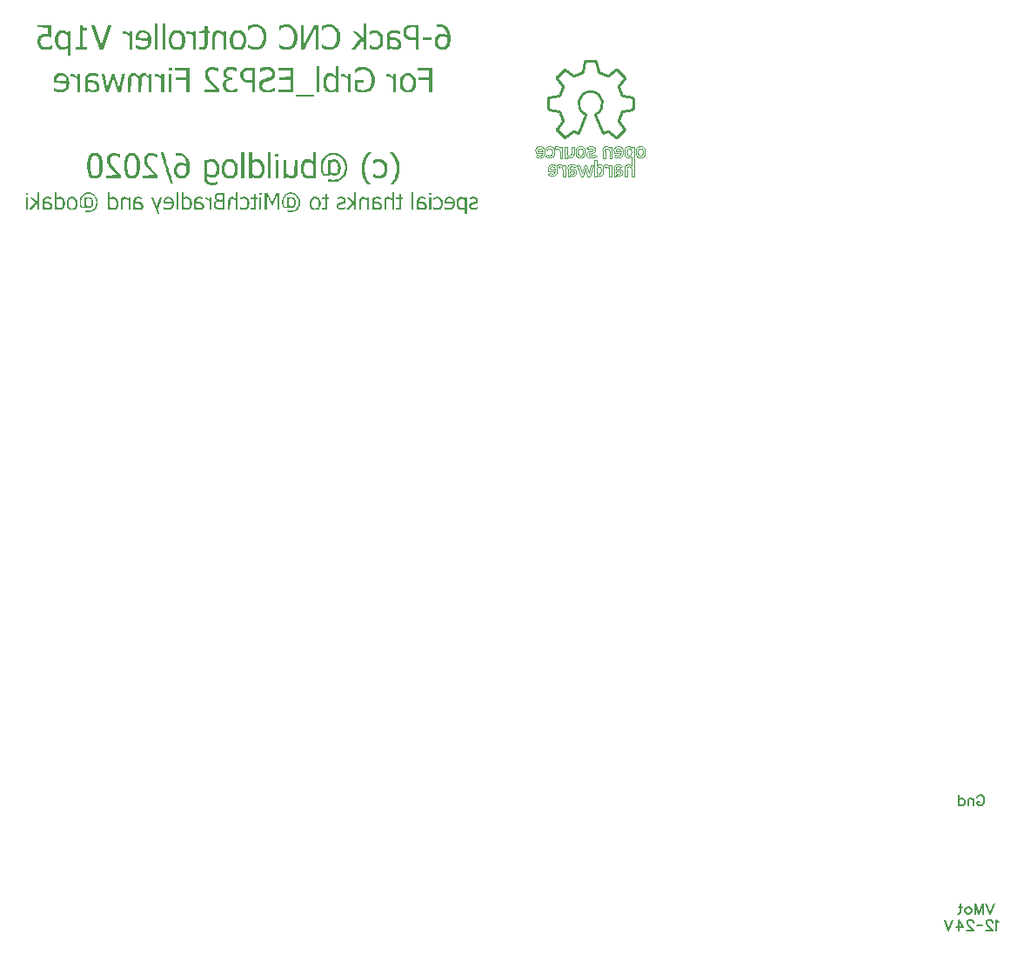
<source format=gbr>
G04 DipTrace 4.0.0.2*
G04 BottomSilk.gbr*
%MOIN*%
G04 #@! TF.FileFunction,Legend,Bot*
G04 #@! TF.Part,Single*
%ADD29C,0.01*%
%ADD31C,0.003*%
%ADD109C,0.006176*%
%FSLAX26Y26*%
G04*
G70*
G90*
G75*
G01*
G04 BotSilk*
%LPD*%
G36*
X4060055Y4929055D2*
D1*
D1*
D1*
D1*
D1*
D1*
D1*
D1*
D1*
D1*
D1*
D1*
D1*
D1*
D1*
D1*
D1*
D1*
D1*
D1*
D1*
D1*
D1*
D1*
D1*
D1*
D1*
D1*
D1*
D1*
D1*
D1*
D1*
D1*
D1*
G37*
X3766413Y4934379D2*
D31*
Y4977869D1*
X3757667D1*
Y4973224D1*
X3757507D1*
G03X3752636Y4977083I-10348J-8059D01*
G01*
G03X3746185Y4978371I-6179J-14141D01*
G01*
G03X3741524Y4977531I12J-13422D01*
G01*
G03X3737097Y4975012I5924J-15555D01*
G01*
X3743411Y4967472D1*
G02X3746289Y4969088I6924J-8964D01*
G01*
G02X3749201Y4969623I2934J-7771D01*
G01*
G02X3755045Y4967465I11J-8960D01*
G01*
G02X3757012Y4964646I-4242J-5056D01*
G01*
G02X3757667Y4960516I-11128J-3881D01*
G01*
Y4934379D1*
X3766413D1*
X3896495Y4969623D2*
G02X3899282Y4969361I152J-13316D01*
G01*
G02X3901449Y4968566I-1466J-7342D01*
G01*
G02X3903923Y4965394I-2524J-4519D01*
G01*
G02X3905160Y4956175I-31554J-8928D01*
G01*
G02X3903923Y4946815I-33232J-368D01*
G01*
G02X3901449Y4943642I-4996J1344D01*
G01*
G02X3899282Y4942846I-3632J6547D01*
G01*
G02X3896495Y4942584I-2635J13053D01*
G01*
G02X3893753Y4942858I-150J12343D01*
G01*
G02X3891615Y4943682I1539J7178D01*
G01*
G02X3889167Y4946987I2797J4632D01*
G01*
G02X3887929Y4956175I32653J9075D01*
G01*
G02X3889167Y4965220I33398J39D01*
G01*
G02X3891615Y4968525I5245J-1328D01*
G01*
G02X3893753Y4969349I3677J-6354D01*
G01*
G02X3896495Y4969623I2592J-12069D01*
G01*
D3*
X3833948Y4934379D2*
X3843056Y4964799D1*
X3843218D1*
X3852304Y4934379D1*
X3860025D1*
X3873917Y4977869D1*
X3864668D1*
X3856325Y4947409D1*
X3856164D1*
X3846314Y4977869D1*
X3839937D1*
X3830108Y4947409D1*
X3829927D1*
X3821604Y4977869D1*
X3812336D1*
X3826247Y4934379D1*
X3833948D1*
X3952929Y5022028D2*
X3980013D1*
G02X3979285Y5017332I-13769J-268D01*
G01*
G02X3977097Y5013978I-7820J2710D01*
G01*
G02X3973781Y5011965I-6550J7052D01*
G01*
G02X3969659Y5011293I-3972J11385D01*
G01*
G02X3964568Y5012343I-79J12485D01*
G01*
G02X3960108Y5015495I5937J13134D01*
G01*
X3953777Y5010087D1*
G03X3957213Y5006850I15853J13389D01*
G01*
G03X3961052Y5004698I10151J13609D01*
G01*
G03X3969499Y5003091I8379J21029D01*
G01*
G03X3976088Y5004172I-8J20663D01*
G01*
G03X3982476Y5007421I-8283J24190D01*
G01*
G03X3985224Y5010155I-6387J9169D01*
G01*
G03X3987189Y5014024I-12648J8856D01*
G01*
G03X3988365Y5019028I-24445J8384D01*
G01*
G03X3988759Y5025164I-43499J5872D01*
G01*
G03X3988395Y5031028I-43460J249D01*
G01*
G03X3987310Y5035908I-26634J-3362D01*
G01*
G03X3985496Y5039808I-16442J-5274D01*
G01*
G03X3982959Y5042727I-10664J-6707D01*
G01*
G03X3977025Y5046369I-14321J-16680D01*
G01*
G03X3970825Y5047583I-6223J-15343D01*
G01*
G03X3964115Y5046341I-134J-18032D01*
G01*
G03X3958297Y5042617I7044J-17413D01*
G01*
G03X3954273Y5036787I10821J-11772D01*
G01*
G03X3952929Y5029226I18893J-7258D01*
G01*
Y5022028D1*
X4073906Y5025386D2*
G03X4073629Y5031492I-59844J346D01*
G01*
G03X4072808Y5035811I-21900J-1922D01*
G01*
G03X4069199Y5042014I-16008J-5161D01*
G01*
G03X4067064Y5043941I-11634J-10747D01*
G01*
G03X4064241Y5045782I-15012J-19930D01*
G01*
G03X4060593Y5047133I-6224J-11211D01*
G01*
G03X4055970Y5047583I-4407J-21296D01*
G01*
G03X4051404Y5047133I-218J-21169D01*
G01*
G03X4047757Y5045782I2629J-12699D01*
G01*
G03X4044915Y5043941I12332J-22153D01*
G01*
G03X4042760Y5042014I9474J-12765D01*
G01*
G03X4039161Y5035811I12309J-11285D01*
G01*
G03X4038348Y5031492I21463J-6280D01*
G01*
G03X4038077Y5025386I59069J-5674D01*
G01*
G03X4038348Y5019177I61251J-443D01*
G01*
G03X4039161Y5014820I22633J1972D01*
G01*
G03X4042760Y5008619I15897J5081D01*
G01*
G03X4044915Y5006671I11274J10300D01*
G01*
G03X4047757Y5004848I14028J18748D01*
G01*
G03X4051404Y5003529I6274J11646D01*
G01*
G03X4055970Y5003091I4372J21545D01*
G01*
G03X4060593Y5003529I239J22080D01*
G01*
G03X4064241Y5004848I-2571J12818D01*
G01*
G03X4067064Y5006671I-11060J20224D01*
G01*
G03X4069199Y5008619I-9156J12176D01*
G01*
G03X4072808Y5014820I-12388J11361D01*
G01*
G03X4073629Y5019177I-21176J6242D01*
G01*
G03X4073906Y5025386I-60474J5808D01*
G01*
D3*
X3843774D2*
G03X3843503Y5031492I-59838J397D01*
G01*
G03X3842680Y5035811I-22159J-1984D01*
G01*
G03X3839072Y5042014I-15984J-5145D01*
G01*
G03X3836937Y5043941I-11927J-11072D01*
G01*
G03X3834113Y5045782I-14931J-19816D01*
G01*
G03X3830462Y5047133I-6214J-11191D01*
G01*
G03X3825841Y5047583I-4400J-21227D01*
G01*
G03X3821274Y5047133I-217J-21192D01*
G01*
G03X3817630Y5045782I2641J-12721D01*
G01*
G03X3814787Y5043941I12332J-22153D01*
G01*
G03X3812633Y5042014I9474J-12765D01*
G01*
G03X3809031Y5035811I12310J-11293D01*
G01*
G03X3808218Y5031492I20951J-6183D01*
G01*
G03X3807945Y5025386I59069J-5700D01*
G01*
G03X3808218Y5019177I61253J-417D01*
G01*
G03X3809031Y5014820I22113J1875D01*
G01*
G03X3812633Y5008619I15901J5088D01*
G01*
G03X3814787Y5006671I11145J10158D01*
G01*
G03X3817630Y5004848I14028J18748D01*
G01*
G03X3821274Y5003529I6284J11668D01*
G01*
G03X3825841Y5003091I4372J21546D01*
G01*
G03X3830462Y5003529I243J22011D01*
G01*
G03X3834113Y5004848I-2587J12873D01*
G01*
G03X3836937Y5006671I-11437J20819D01*
G01*
G03X3839072Y5008619I-9156J12176D01*
G01*
G03X3842680Y5014820I-12366J11344D01*
G01*
G03X3843503Y5019177I-21431J6303D01*
G01*
G03X3843774Y5025386I-61493J5801D01*
G01*
D3*
X3962394Y4934218D2*
Y4938060D1*
X3962576D1*
G03X3966217Y4934803I6209J3277D01*
G01*
G03X3969209Y4933988I4883J12027D01*
G01*
G03X3973009Y4933715I3667J24458D01*
G01*
G03X3979329Y4934756I-126J20477D01*
G01*
G03X3983886Y4937558I-3819J11317D01*
G01*
G03X3986904Y4941764I-8146J9032D01*
G01*
G03X3987909Y4946987I-12227J5062D01*
G01*
G03X3987039Y4951996I-14014J146D01*
G01*
G03X3984430Y4956134I-11621J-4436D01*
G01*
G03X3980138Y4958913I-7924J-7533D01*
G01*
G03X3974176Y4959894I-5850J-16959D01*
G01*
X3962394D1*
Y4964497D1*
G02X3962924Y4967021I5461J170D01*
G01*
G02X3964545Y4968799I4024J-2040D01*
G01*
G02X3967264Y4969836I4088J-6637D01*
G01*
G02X3971080Y4970126I3232J-17269D01*
G01*
G02X3973845Y4969957I163J-20004D01*
G01*
G02X3976108Y4969445I-1543J-12076D01*
G01*
G02X3979083Y4966728I-2461J-5683D01*
G01*
X3985778Y4971996D1*
G03X3979778Y4976828I-12105J-8890D01*
G01*
G03X3975924Y4977995I-6857J-15702D01*
G01*
G03X3971504Y4978331I-3909J-22183D01*
G01*
G03X3964356Y4977596I-609J-29206D01*
G01*
G03X3958756Y4975235I3933J-17151D01*
G01*
G03X3955186Y4970765I5904J-8375D01*
G01*
G03X3954269Y4967669I13488J-5681D01*
G01*
G03X3953930Y4963995I21571J-3841D01*
G01*
Y4934218D1*
X3962394D1*
X3980013Y5029226D2*
X3961657D1*
G02X3962448Y5033556I14274J-367D01*
G01*
G02X3964420Y5036736I8334J-2968D01*
G01*
G02X3967304Y5038689I6150J-5977D01*
G01*
G02X3970825Y5039340I3423J-8667D01*
G01*
G02X3974392Y5038689I101J-9546D01*
G01*
G02X3977299Y5036736I-3221J-7935D01*
G01*
G02X3979265Y5033556I-6189J-6024D01*
G01*
G02X3980013Y5029226I-13170J-4505D01*
G01*
D3*
X3962394Y4949500D2*
Y4952697D1*
X3972589D1*
G02X3975844Y4952282I-226J-14752D01*
G01*
G02X3978156Y4951264I-1545J-6641D01*
G01*
G02X3979526Y4949638I-2321J-3346D01*
G01*
G02X3979948Y4947409I-4580J-2020D01*
G01*
G02X3979470Y4945378I-4393J-39D01*
G01*
G02X3978035Y4943629I-4948J2595D01*
G01*
G02X3975589Y4942348I-3846J4368D01*
G01*
G02X3971946Y4941920I-3375J13017D01*
G01*
G02X3967387Y4942206I-730J24838D01*
G01*
G02X3964406Y4943227I1125J8151D01*
G01*
G02X3963525Y4944131I1903J2734D01*
G01*
G02X3962898Y4945479I4595J2959D01*
G01*
G02X3962394Y4949500I13056J3678D01*
G01*
D3*
X3697961Y5016379D2*
X3691507Y5010589D1*
G03X3698282Y5005201I18106J15813D01*
G01*
G03X3702459Y5003618I8096J15065D01*
G01*
G03X3707148Y5003091I4558J19411D01*
G01*
G03X3714325Y5004370I98J20218D01*
G01*
G03X3720781Y5008217I-7964J20705D01*
G01*
G03X3723445Y5011205I-9089J10784D01*
G01*
G03X3725349Y5015047I-14381J9520D01*
G01*
G03X3726491Y5019740I-23431J8186D01*
G01*
G03X3726873Y5025285I-37090J5340D01*
G01*
G03X3726491Y5030833I-37475J208D01*
G01*
G03X3725349Y5035538I-24722J-3509D01*
G01*
G03X3723445Y5039394I-16729J-5864D01*
G01*
G03X3720781Y5042406I-11881J-7825D01*
G01*
G03X3714325Y5046289I-14475J-16755D01*
G01*
G03X3707148Y5047583I-7085J-18746D01*
G01*
G03X3702459Y5047050I-87J-20130D01*
G01*
G03X3698282Y5045453I3955J-16607D01*
G01*
G03X3691507Y5040043I11530J-21390D01*
G01*
X3697961Y5034294D1*
G02X3702022Y5037701I10117J-7937D01*
G01*
G02X3706806Y5038837I4711J-9192D01*
G01*
G02X3711760Y5037990I276J-13285D01*
G01*
G02X3715297Y5035449I-3161J-8132D01*
G01*
G02X3717417Y5031215I-8687J-6999D01*
G01*
G02X3718127Y5025285I-21669J-5602D01*
G01*
G02X3717417Y5019383I-22148J-329D01*
G01*
G02X3715297Y5015168I-10754J2769D01*
G01*
G02X3711760Y5012639I-6739J5687D01*
G01*
G02X3706806Y5011795I-4673J12472D01*
G01*
G02X3702001Y5012941I-79J10314D01*
G01*
G02X3697961Y5016379I6012J11159D01*
G01*
D3*
X4046782Y5025285D2*
G02X4046903Y5029327I57666J300D01*
G01*
G02X4047265Y5031962I15890J-842D01*
G01*
G02X4048933Y5035639I11043J-2792D01*
G01*
G02X4051839Y5038038I5846J-4122D01*
G01*
G02X4055970Y5038837I3910J-9133D01*
G01*
G02X4060131Y5038038I244J-9965D01*
G01*
G02X4063007Y5035639I-2823J-6307D01*
G01*
G02X4064696Y5031962I-8354J-6064D01*
G01*
G02X4065026Y5029353I-17314J-3520D01*
G01*
G02X4065138Y5025386I-63657J-3775D01*
G01*
G02X4065026Y5021310I-67355J-196D01*
G01*
G02X4064696Y5018651I-17397J814D01*
G01*
G02X4063007Y5014992I-9618J2221D01*
G01*
G02X4060131Y5012594I-5721J3938D01*
G01*
G02X4055970Y5011795I-3928J9221D01*
G01*
G02X4051839Y5012594I-232J9877D01*
G01*
G02X4048933Y5014992I2947J6530D01*
G01*
G02X4047265Y5018631I9069J6359D01*
G01*
G02X4046903Y5021260I15425J3465D01*
G01*
G02X4046782Y5025285I57092J3727D01*
G01*
D3*
X3816650D2*
G02X3816774Y5029327I58756J211D01*
G01*
G02X3817134Y5031962I16264J-877D01*
G01*
G02X3818804Y5035639I11186J-2864D01*
G01*
G02X3821709Y5038038I5867J-4145D01*
G01*
G02X3825841Y5038837I3910J-9134D01*
G01*
G02X3830003Y5038038I244J-9965D01*
G01*
G02X3832878Y5035639I-2867J-6359D01*
G01*
G02X3834567Y5031962I-8298J-6038D01*
G01*
G02X3834899Y5029353I-17085J-3500D01*
G01*
G02X3835009Y5025386I-59839J-3648D01*
G01*
G02X3834899Y5021310I-63319J-327D01*
G01*
G02X3834567Y5018651I-18079J907D01*
G01*
G02X3832878Y5014992I-9618J2221D01*
G01*
G02X3830003Y5012594I-5765J3991D01*
G01*
G02X3825841Y5011795I-3928J9221D01*
G01*
G02X3821709Y5012594I-233J9878D01*
G01*
G02X3818804Y5014992I2969J6554D01*
G01*
G02X3817134Y5018631I9071J6367D01*
G01*
G02X3816774Y5021260I15799J3500D01*
G01*
G02X3816650Y5025285I58170J3816D01*
G01*
D3*
X3945283Y5003593D2*
Y5047080D1*
X3936538D1*
Y5042436D1*
X3936377D1*
G03X3931507Y5046297I-10315J-8010D01*
G01*
G03X3925058Y5047583I-6181J-14184D01*
G01*
G03X3920080Y5046619I8J-13382D01*
G01*
G03X3915277Y5043732I6806J-16762D01*
G01*
G03X3911741Y5039000I7546J-9325D01*
G01*
G03X3910857Y5035972I13310J-5532D01*
G01*
G03X3910563Y5032503I19251J-3378D01*
G01*
Y5003593D1*
X3919308D1*
Y5029487D1*
G02X3919921Y5033409I11635J191D01*
G01*
G02X3921761Y5036365I7450J-2588D01*
G01*
G02X3924516Y5038219I5882J-5765D01*
G01*
G02X3927873Y5038837I3263J-8298D01*
G01*
G02X3931306Y5038219I124J-9154D01*
G01*
G02X3934085Y5036365I-3047J-7577D01*
G01*
G02X3935925Y5033409I-5611J-5543D01*
G01*
G02X3936538Y5029487I-11022J-3731D01*
G01*
Y5003593D1*
X3945283D1*
X3785164Y4934218D2*
Y4938060D1*
X3785345D1*
G03X3788984Y4934803I6222J3289D01*
G01*
G03X3791979Y4933988I4874J12002D01*
G01*
G03X3795780Y4933715I3660J24364D01*
G01*
G03X3802098Y4934756I-127J20478D01*
G01*
G03X3806657Y4937558I-3821J11327D01*
G01*
G03X3809673Y4941764I-8144J9023D01*
G01*
G03X3810678Y4946987I-12227J5062D01*
G01*
G03X3809807Y4951996I-14132J122D01*
G01*
G03X3807198Y4956134I-11573J-4406D01*
G01*
G03X3802907Y4958913I-7929J-7539D01*
G01*
G03X3796945Y4959894I-5853J-16974D01*
G01*
X3785164D1*
Y4964497D1*
G02X3785692Y4967021I5459J176D01*
G01*
G02X3787315Y4968799I3988J-2011D01*
G01*
G02X3790034Y4969836I4078J-6613D01*
G01*
G02X3793849Y4970126I3230J-17249D01*
G01*
G02X3796614Y4969957I163J-20004D01*
G01*
G02X3798875Y4969445I-1549J-12093D01*
G01*
G02X3801853Y4966728I-2462J-5689D01*
G01*
X3808547Y4971996D1*
G03X3802545Y4976828I-12109J-8898D01*
G01*
G03X3798693Y4977995I-6836J-15628D01*
G01*
G03X3794272Y4978331I-3911J-22206D01*
G01*
G03X3787122Y4977596I-608J-29226D01*
G01*
G03X3781525Y4975235I3919J-17106D01*
G01*
G03X3777955Y4970765I5945J-8408D01*
G01*
G03X3777039Y4967669I13010J-5533D01*
G01*
G03X3776698Y4963995I21211J-3823D01*
G01*
Y4934218D1*
X3785164D1*
X3700714Y4952816D2*
X3727795D1*
G02X3727067Y4948121I-13942J-242D01*
G01*
G02X3724882Y4944764I-7909J2758D01*
G01*
G02X3721563Y4942752I-6611J7162D01*
G01*
G02X3717444Y4942081I-3947J11258D01*
G01*
G02X3712350Y4943131I-76J12509D01*
G01*
G02X3707892Y4946283I5959J13157D01*
G01*
X3701559Y4940873D1*
G03X3704996Y4937638I15953J13506D01*
G01*
G03X3708836Y4935487I10141J13601D01*
G01*
G03X3717280Y4933877I8383J21016D01*
G01*
G03X3723873Y4934961I-33J20795D01*
G01*
G03X3730260Y4938210I-8269J24157D01*
G01*
G03X3733008Y4940944I-6387J9169D01*
G01*
G03X3734971Y4944812I-13025J9042D01*
G01*
G03X3736148Y4949816I-24571J8421D01*
G01*
G03X3736539Y4955953I-43465J5851D01*
G01*
G03X3736180Y4961815I-43743J259D01*
G01*
G03X3735091Y4966696I-26850J-3431D01*
G01*
G03X3733281Y4970596I-16503J-5287D01*
G01*
G03X3730741Y4973516I-10760J-6793D01*
G01*
G03X3724807Y4977157I-14414J-16833D01*
G01*
G03X3718606Y4978371I-6220J-15329D01*
G01*
G03X3711898Y4977130I-132J-18032D01*
G01*
G03X3706083Y4973406I7007J-17342D01*
G01*
G03X3702055Y4967573I10790J-11758D01*
G01*
G03X3700714Y4960014I18937J-7259D01*
G01*
Y4952816D1*
X3943780Y4934379D2*
Y4977869D1*
X3935034D1*
Y4973224D1*
X3934873D1*
G03X3930003Y4977083I-10330J-8036D01*
G01*
G03X3923554Y4978371I-6177J-14129D01*
G01*
G03X3918890Y4977531I9J-13422D01*
G01*
G03X3914467Y4975012I5880J-15461D01*
G01*
X3920780Y4967472D1*
G02X3923655Y4969088I6979J-9054D01*
G01*
G02X3926570Y4969623I2931J-7757D01*
G01*
G02X3932409Y4967465I14J-8940D01*
G01*
G02X3934379Y4964646I-4243J-5063D01*
G01*
G02X3935034Y4960516I-11048J-3869D01*
G01*
Y4934379D1*
X3943780D1*
X3727795Y4960014D2*
X3709440D1*
G02X3710231Y4964344I14311J-379D01*
G01*
G02X3712205Y4967525I8225J-2900D01*
G01*
G02X3715085Y4969475I6096J-5902D01*
G01*
G02X3718606Y4970126I3413J-8612D01*
G01*
G02X3722176Y4969475I126J-9422D01*
G01*
G02X3725081Y4967525I-3222J-7940D01*
G01*
G02X3727046Y4964344I-6226J-6042D01*
G01*
G02X3727795Y4960014I-13120J-4500D01*
G01*
D3*
X3785164Y4949500D2*
Y4952697D1*
X3795357D1*
G02X3798613Y4952282I-228J-14777D01*
G01*
G02X3800927Y4951264I-1564J-6690D01*
G01*
G02X3802295Y4949638I-2377J-3390D01*
G01*
G02X3802714Y4947409I-4532J-2005D01*
G01*
G02X3802239Y4945378I-4391J-45D01*
G01*
G02X3800806Y4943629I-5003J2637D01*
G01*
G02X3798356Y4942348I-3866J4411D01*
G01*
G02X3794714Y4941920I-3375J13015D01*
G01*
G02X3790154Y4942206I-732J24823D01*
G01*
G02X3787175Y4943227I1125J8138D01*
G01*
G02X3786295Y4944131I1884J2711D01*
G01*
G02X3785667Y4945479I4428J2886D01*
G01*
G02X3785164Y4949500I12999J3667D01*
G01*
D3*
X3799982Y5018168D2*
Y5047080D1*
X3791236D1*
Y5021143D1*
G02X3790625Y5017199I-11799J-189D01*
G01*
G02X3788786Y5014248I-7379J2548D01*
G01*
G02X3786005Y5012409I-5779J5718D01*
G01*
G02X3782572Y5011795I-3320J8654D01*
G01*
G02X3779215Y5012409I-98J8947D01*
G01*
G02X3776459Y5014248I3030J7527D01*
G01*
G02X3774619Y5017199I5560J5515D01*
G01*
G02X3774007Y5021143I11143J3751D01*
G01*
Y5047080D1*
X3765261D1*
Y5003593D1*
X3774007D1*
Y5008197D1*
X3774188D1*
G03X3779022Y5004366I10275J8002D01*
G01*
G03X3785407Y5003091I6116J13997D01*
G01*
G03X3790457Y5004047I0J13806D01*
G01*
G03X3795277Y5006919I-6641J16629D01*
G01*
G03X3798807Y5011647I-7514J9292D01*
G01*
G03X3799688Y5014682I-13193J5473D01*
G01*
G03X3799982Y5018168I-19129J3368D01*
G01*
D3*
X3755331Y5003593D2*
Y5047080D1*
X3746585D1*
Y5042436D1*
X3746425D1*
G03X3741554Y5046297I-10326J-8025D01*
G01*
G03X3735106Y5047583I-6183J-14195D01*
G01*
G03X3730441Y5046743I-6J-13342D01*
G01*
G03X3726020Y5044226I5808J-15343D01*
G01*
X3732332Y5036686D1*
G02X3735207Y5038299I7021J-9148D01*
G01*
G02X3738122Y5038837I2954J-7836D01*
G01*
G02X3743962Y5036676I1J-8967D01*
G01*
G02X3745930Y5033857I-4212J-5038D01*
G01*
G02X3746585Y5029728I-10968J-3856D01*
G01*
Y5003593D1*
X3755331D1*
X3887929Y4934379D2*
Y4938904D1*
G03X3893031Y4935134I11523J10257D01*
G01*
G03X3899169Y4933877I5988J13625D01*
G01*
G03X3902908Y4934269I115J16911D01*
G01*
G03X3906085Y4935445I-2682J12128D01*
G01*
G03X3910810Y4939486I-6635J12541D01*
G01*
G03X3913285Y4944955I-9814J7736D01*
G01*
G03X3913749Y4949339I-32405J5651D01*
G01*
G03X3913906Y4956175I-125305J6282D01*
G01*
G03X3913749Y4962925I-122313J548D01*
G01*
G03X3913285Y4967252I-32069J-1255D01*
G01*
G03X3910810Y4972722I-12570J-2393D01*
G01*
G03X3906085Y4976762I-11828J-9047D01*
G01*
G03X3902908Y4977967I-5886J-10731D01*
G01*
G03X3899169Y4978371I-3644J-16210D01*
G01*
G03X3893089Y4976944I-174J-12918D01*
G01*
G03X3887929Y4973224I10978J-20670D01*
G01*
Y4995420D1*
X3879182D1*
Y4934379D1*
X3887929D1*
X4012715Y5011795D2*
G02X4009937Y5012060I-120J13435D01*
G01*
G02X4007776Y5012853I1489J7404D01*
G01*
G02X4005302Y5016026I2549J4538D01*
G01*
G02X4004068Y5025285I31892J8961D01*
G01*
G02X4005302Y5034573I33312J302D01*
G01*
G02X4007776Y5037772I5050J-1350D01*
G01*
G02X4009937Y5038570I3586J-6387D01*
G01*
G02X4012715Y5038837I2626J-12705D01*
G01*
G02X4015482Y5038560I119J-12773D01*
G01*
G02X4017633Y5037736I-1477J-7073D01*
G01*
G02X4020083Y5034433I-2765J-4611D01*
G01*
G02X4021299Y5025285I-33083J-9054D01*
G01*
G02X4020083Y5016178I-33993J-93D01*
G01*
G02X4017633Y5012890I-5181J1303D01*
G01*
G02X4015482Y5012070I-3666J6383D01*
G01*
G02X4012715Y5011795I-2614J12281D01*
G01*
D3*
X3653112Y5022028D2*
X3680190D1*
G02X3679463Y5017332I-13811J-266D01*
G01*
G02X3677278Y5013978I-7816J2703D01*
G01*
G02X3673961Y5011965I-6544J7043D01*
G01*
G02X3669836Y5011293I-3974J11400D01*
G01*
G02X3664749Y5012343I-80J12461D01*
G01*
G02X3660289Y5015495I5937J13134D01*
G01*
X3653955Y5010087D1*
G03X3657394Y5006850I15860J13406D01*
G01*
G03X3661234Y5004698I10077J13478D01*
G01*
G03X3669678Y5003091I8379J21029D01*
G01*
G03X3676269Y5004172I-6J20663D01*
G01*
G03X3682655Y5007421I-8254J24120D01*
G01*
G03X3685404Y5010155I-6324J9110D01*
G01*
G03X3687367Y5014024I-12700J8877D01*
G01*
G03X3688547Y5019028I-24573J8435D01*
G01*
G03X3688938Y5025164I-44038J5887D01*
G01*
G03X3688576Y5031028I-43175J276D01*
G01*
G03X3687488Y5035908I-27227J-3508D01*
G01*
G03X3685673Y5039808I-16375J-5248D01*
G01*
G03X3683138Y5042727I-10568J-6620D01*
G01*
G03X3677203Y5046369I-14321J-16680D01*
G01*
G03X3671005Y5047583I-6220J-15329D01*
G01*
G03X3664293Y5046341I-129J-18071D01*
G01*
G03X3658478Y5042617I7074J-17447D01*
G01*
G03X3654454Y5036787I10785J-11747D01*
G01*
G03X3653112Y5029226I18858J-7248D01*
G01*
Y5022028D1*
X3886345Y5010831D2*
X3880234Y5016882D1*
G02X3873951Y5012689I-13738J13780D01*
G01*
G02X3866525Y5011293I-7246J18092D01*
G01*
G02X3863125Y5011646I-130J15298D01*
G01*
G02X3860371Y5012701I2110J9626D01*
G01*
G02X3858545Y5014449I2317J4249D01*
G01*
G02X3857938Y5016882I4153J2327D01*
G01*
G02X3858272Y5018573I4073J76D01*
G01*
G02X3859272Y5019848I3100J-1404D01*
G01*
G02X3860934Y5020705I3125J-4022D01*
G01*
G02X3863266Y5021143I3069J-9907D01*
G01*
X3870966Y5021867D1*
G03X3875911Y5022957I-1097J16750D01*
G01*
G03X3879930Y5025417I-4914J12540D01*
G01*
G03X3882604Y5029180I-6560J7492D01*
G01*
G03X3883492Y5034173I-12368J4776D01*
G01*
G03X3882331Y5039983I-13732J276D01*
G01*
G03X3878846Y5044185I-9756J-4544D01*
G01*
G03X3873635Y5046734I-9847J-13534D01*
G01*
G03X3867289Y5047583I-6115J-21560D01*
G01*
G03X3862000Y5047181I-181J-32644D01*
G01*
G03X3857525Y5045975I3509J-21925D01*
G01*
G03X3850238Y5041672I9602J-24583D01*
G01*
X3855646Y5035299D1*
G02X3861003Y5038203I16549J-24133D01*
G01*
G02X3867289Y5039340I6012J-15300D01*
G01*
G02X3870833Y5038967I279J-14384D01*
G01*
G02X3873108Y5037853I-1118J-5161D01*
G01*
G02X3874745Y5034093I-3229J-3643D01*
G01*
G02X3874442Y5032718I-3181J-20D01*
G01*
G02X3873529Y5031449I-4014J1926D01*
G01*
G02X3871789Y5030475I-2886J3116D01*
G01*
G02X3868996Y5029990I-3477J11723D01*
G01*
X3861798Y5029487D1*
G03X3858659Y5029052I1283J-20834D01*
G01*
G03X3856000Y5028213I2934J-13916D01*
G01*
G03X3852115Y5025316I3728J-9054D01*
G01*
G03X3849924Y5021248I10447J-8252D01*
G01*
G03X3849190Y5016459I14547J-4679D01*
G01*
G03X3850503Y5010780I12038J-210D01*
G01*
G03X3854429Y5006568I10147J5524D01*
G01*
G03X3860243Y5003959I10931J16575D01*
G01*
G03X3867206Y5003091I6705J25398D01*
G01*
G03X3877419Y5005025I179J26982D01*
G01*
G03X3886345Y5010831I-11035J26732D01*
G01*
D3*
X3680190Y5029226D2*
X3661836D1*
G02X3662629Y5033556I14277J-375D01*
G01*
G02X3664601Y5036736I8292J-2942D01*
G01*
G02X3667484Y5038689I6158J-5987D01*
G01*
G02X3671005Y5039340I3423J-8667D01*
G01*
G02X3674573Y5038689I97J-9572D01*
G01*
G02X3677479Y5036736I-3250J-7973D01*
G01*
G02X3679445Y5033556I-6189J-6024D01*
G01*
G02X3680190Y5029226I-13273J-4514D01*
G01*
D3*
X4030045Y4934379D2*
Y5047080D1*
X4021299D1*
Y5042517D1*
G03X4016207Y5046316I-11519J-10127D01*
G01*
G03X4010059Y5047583I-6004J-13589D01*
G01*
G03X4006353Y5047181I-130J-16099D01*
G01*
G03X4003193Y5045975I2744J-11934D01*
G01*
G03X3998419Y5041933I7463J-13655D01*
G01*
G03X3995966Y5036463I10504J-7995D01*
G01*
G03X3995483Y5032112I30846J-5626D01*
G01*
G03X3995323Y5025285I123193J-6304D01*
G01*
G03X3995483Y5018501I121754J-520D01*
G01*
G03X3995966Y5014148I31259J1265D01*
G01*
G03X3998419Y5008699I12695J2438D01*
G01*
G03X4003193Y5004659I11741J9032D01*
G01*
G03X4006353Y5003482I5788J10708D01*
G01*
G03X4010059Y5003091I3593J16298D01*
G01*
G03X4016161Y5004466I223J13236D01*
G01*
G03X4021299Y5008197I-9902J19038D01*
G01*
Y4973224D1*
X4021135D1*
G03X4016268Y4977083I-10362J-8073D01*
G01*
G03X4009818Y4978371I-6179J-14141D01*
G01*
G03X4004840Y4977407I23J-13445D01*
G01*
G03X4000038Y4974520I6839J-16811D01*
G01*
G03X3996501Y4969787I7554J-9333D01*
G01*
G03X3995619Y4966760I12917J-5405D01*
G01*
G03X3995323Y4963291I18616J-3339D01*
G01*
Y4934379D1*
X4004068D1*
Y4960276D1*
G02X4004680Y4964196I11663J188D01*
G01*
G02X4006521Y4967151I7472J-2604D01*
G01*
G02X4009274Y4969005I5832J-5687D01*
G01*
G02X4012633Y4969623I3241J-8176D01*
G01*
G02X4016067Y4969005I118J-9192D01*
G01*
G02X4018845Y4967151I-2980J-7473D01*
G01*
G02X4020686Y4964196I-5631J-5559D01*
G01*
G02X4021299Y4960276I-11095J-3743D01*
G01*
Y4934379D1*
X4030045D1*
X3844610Y5170980D2*
D29*
G02X3883080Y5170980I19235J41791D01*
G01*
G03X3882013Y5168274I876J-1909D01*
G01*
X3909591Y5100727D1*
G03X3912343Y5099579I1948J797D01*
G01*
X3927322Y5105785D1*
G02X3929307Y5105584I806J-1946D01*
G01*
X3962255Y5083294D1*
G03X3964919Y5083547I1179J1736D01*
G01*
X3993068Y5111697D1*
G03X3993322Y5114362I-1484J1486D01*
G01*
X3971031Y5147307D1*
G02X3970831Y5149290I1762J1180D01*
G01*
X3984383Y5182007D1*
G02X3985927Y5183268I1943J-803D01*
G01*
X4024983Y5190802D1*
G03X4026688Y5192865I-394J2062D01*
G01*
Y5232675D1*
G03X4024983Y5234740I-2099J4D01*
G01*
X3985927Y5242274D1*
G02X3984383Y5243534I395J2059D01*
G01*
X3970831Y5276249D1*
G02X3971031Y5278232I1963J803D01*
G01*
X3993322Y5311180D1*
G03X3993068Y5313845I-1738J1180D01*
G01*
X3964919Y5341995D1*
G03X3962255Y5342248I-1485J-1483D01*
G01*
X3929307Y5319958D1*
G02X3927322Y5319757I-1179J1746D01*
G01*
X3894609Y5333310D1*
G02X3893349Y5334853I799J1938D01*
G01*
X3885814Y5373911D1*
G03X3883749Y5375615I-2067J-401D01*
G01*
X3843941D1*
G03X3841877Y5373911I1J-2103D01*
G01*
X3834341Y5334853D1*
G02X3833081Y5333310I-2059J395D01*
G01*
X3800364Y5319757D1*
G02X3798383Y5319958I-804J1937D01*
G01*
X3765436Y5342248D1*
G03X3762769Y5341995I-1180J-1741D01*
G01*
X3734622Y5313845D1*
G03X3734367Y5311180I1481J-1486D01*
G01*
X3756657Y5278232D1*
G02X3756858Y5276249I-1740J-1178D01*
G01*
X3743308Y5243534D1*
G02X3741761Y5242274I-1945J808D01*
G01*
X3702705Y5234740D1*
G03X3701000Y5232675I401J-2067D01*
G01*
Y5192865D1*
G03X3702705Y5190802I2106J4D01*
G01*
X3741761Y5183268D1*
G02X3743308Y5182007I-402J-2073D01*
G01*
X3756858Y5149290D1*
G02X3756657Y5147307I-1941J-805D01*
G01*
X3734367Y5114362D1*
G03X3734622Y5111697I1736J-1179D01*
G01*
X3762769Y5083547D1*
G03X3765436Y5083294I1487J1488D01*
G01*
X3798383Y5105584D1*
G02X3800364Y5105785I1176J-1736D01*
G01*
X3815346Y5099579D1*
G03X3818097Y5100727I803J1944D01*
G01*
X3845675Y5168274D1*
G03X3844610Y5170980I-1941J799D01*
G01*
G36*
X2193944Y5519260D2*
Y5421228D1*
X2204574D1*
Y5519260D1*
X2193944D1*
G37*
G36*
X2223472D2*
Y5421228D1*
X2234102D1*
Y5519260D1*
X2223472D1*
G37*
G36*
X2993551D2*
Y5462567D1*
X2992298Y5461284D1*
X2991687Y5461476D1*
X2991188Y5462567D1*
X2986464Y5468472D1*
X2968747Y5487370D1*
X2965204Y5490913D1*
X2951031D1*
X2979377Y5462567D1*
X2978989Y5461134D1*
X2978196Y5460204D1*
X2959299Y5436582D1*
X2953393Y5429496D1*
X2948669Y5423590D1*
X2947488Y5421228D1*
X2961661D1*
X2964023Y5423590D1*
X2967566Y5428315D1*
X2972291Y5434220D1*
X2979377Y5443669D1*
X2984102Y5449575D1*
X2987645Y5454299D1*
X2988527Y5455057D1*
X2989139Y5454988D1*
X2990007Y5454299D1*
X2993551Y5450756D1*
Y5421228D1*
X3004181D1*
Y5519260D1*
X2993551D1*
G37*
G36*
X2571897Y5516897D2*
X2562448Y5514535D1*
X2558905Y5513354D1*
X2551818Y5509811D1*
Y5494456D1*
X2558905Y5500362D1*
X2560086Y5501543D1*
X2564810Y5503905D1*
X2571897Y5506267D1*
X2576621Y5507449D1*
X2581346D1*
X2590795Y5505086D1*
X2593157Y5503905D1*
X2594338Y5502724D1*
X2596700Y5501543D1*
X2602606Y5495638D1*
Y5494456D1*
X2604968Y5490913D1*
X2607330Y5483827D1*
X2608511Y5479102D1*
X2609692Y5477921D1*
Y5457842D1*
X2608511Y5456661D1*
X2607330Y5451937D1*
X2604968Y5444850D1*
X2602606Y5441307D1*
Y5440126D1*
X2595519Y5433039D1*
X2590795Y5430677D1*
X2581346Y5428315D1*
X2576621D1*
X2571897Y5429496D1*
X2564810Y5431858D1*
X2560086Y5434220D1*
X2558905Y5435401D1*
X2551818Y5441307D1*
Y5427134D1*
X2552999Y5425953D1*
X2560086Y5422409D1*
X2567173Y5420047D1*
X2571897Y5418866D1*
X2587251D1*
X2591976Y5420047D1*
X2599062Y5422409D1*
X2606149Y5427134D1*
X2612055Y5433039D1*
X2614417Y5436582D1*
X2617960Y5443669D1*
X2619141Y5447212D1*
X2620322Y5451937D1*
X2621503Y5457842D1*
Y5477921D1*
X2620322Y5483827D1*
X2619141Y5488551D1*
X2617960Y5490913D1*
X2616779Y5494456D1*
X2614417Y5498000D1*
X2613236Y5500362D1*
X2602606Y5510992D1*
X2595519Y5514535D1*
X2591976Y5515716D1*
X2586070Y5516897D1*
X2571897D1*
G37*
G36*
X2690007D2*
X2680558Y5514535D1*
X2677015Y5513354D1*
X2669929Y5509811D1*
Y5494456D1*
X2677015Y5500362D1*
X2678196Y5501543D1*
X2682921Y5503905D1*
X2690007Y5506267D1*
X2694732Y5507449D1*
X2699456D1*
X2708905Y5505086D1*
X2711267Y5503905D1*
X2712448Y5502724D1*
X2714810Y5501543D1*
X2720716Y5495638D1*
Y5494456D1*
X2723078Y5490913D1*
X2725440Y5483827D1*
X2726621Y5479102D1*
X2727803Y5477921D1*
Y5457842D1*
X2726621Y5456661D1*
X2725440Y5451937D1*
X2723078Y5444850D1*
X2720716Y5441307D1*
Y5440126D1*
X2713629Y5433039D1*
X2708905Y5430677D1*
X2699456Y5428315D1*
X2694732D1*
X2690007Y5429496D1*
X2682921Y5431858D1*
X2678196Y5434220D1*
X2677015Y5435401D1*
X2669929Y5441307D1*
Y5427134D1*
X2671110Y5425953D1*
X2678196Y5422409D1*
X2685283Y5420047D1*
X2690007Y5418866D1*
X2705362D1*
X2710086Y5420047D1*
X2717173Y5422409D1*
X2724259Y5427134D1*
X2730165Y5433039D1*
X2732527Y5436582D1*
X2736070Y5443669D1*
X2737251Y5447212D1*
X2738432Y5451937D1*
X2739614Y5457842D1*
Y5477921D1*
X2738432Y5483827D1*
X2737251Y5488551D1*
X2736070Y5490913D1*
X2734889Y5494456D1*
X2732527Y5498000D1*
X2731346Y5500362D1*
X2720716Y5510992D1*
X2713629Y5514535D1*
X2710086Y5515716D1*
X2704181Y5516897D1*
X2690007D1*
G37*
G36*
X2854181D2*
X2844732Y5514535D1*
X2841188Y5513354D1*
X2834102Y5509811D1*
Y5494456D1*
X2841188Y5500362D1*
X2842370Y5501543D1*
X2847094Y5503905D1*
X2854181Y5506267D1*
X2858905Y5507449D1*
X2863629D1*
X2873078Y5505086D1*
X2875440Y5503905D1*
X2876621Y5502724D1*
X2878984Y5501543D1*
X2884889Y5495638D1*
Y5494456D1*
X2887251Y5490913D1*
X2889614Y5483827D1*
X2890795Y5479102D1*
X2891976Y5477921D1*
Y5457842D1*
X2890795Y5456661D1*
X2889614Y5451937D1*
X2887251Y5444850D1*
X2884889Y5441307D1*
Y5440126D1*
X2877803Y5433039D1*
X2873078Y5430677D1*
X2863629Y5428315D1*
X2858905D1*
X2854181Y5429496D1*
X2847094Y5431858D1*
X2842370Y5434220D1*
X2841188Y5435401D1*
X2834102Y5441307D1*
Y5427134D1*
X2835283Y5425953D1*
X2842370Y5422409D1*
X2849456Y5420047D1*
X2854181Y5418866D1*
X2869535D1*
X2874259Y5420047D1*
X2881346Y5422409D1*
X2888432Y5427134D1*
X2894338Y5433039D1*
X2896700Y5436582D1*
X2900244Y5443669D1*
X2901425Y5447212D1*
X2902606Y5451937D1*
X2903787Y5457842D1*
Y5477921D1*
X2902606Y5483827D1*
X2901425Y5488551D1*
X2900244Y5490913D1*
X2899062Y5494456D1*
X2896700Y5498000D1*
X2895519Y5500362D1*
X2884889Y5510992D1*
X2877803Y5514535D1*
X2874259Y5515716D1*
X2868354Y5516897D1*
X2854181D1*
G37*
G36*
X3272291Y5469653D2*
X3269929Y5467291D1*
X3268747Y5464929D1*
X3267566Y5461386D1*
X3266385Y5454299D1*
Y5448393D1*
X3267566Y5441307D1*
X3268747Y5437764D1*
X3272291Y5430677D1*
X3279377Y5423590D1*
X3286464Y5420047D1*
X3291188Y5418866D1*
X3301818D1*
X3308905Y5421228D1*
X3311267Y5422409D1*
X3319535Y5430677D1*
X3323078Y5437764D1*
X3325440Y5444850D1*
X3326621Y5451937D1*
Y5473197D1*
X3325440Y5480283D1*
X3324259Y5486189D1*
X3323078Y5489732D1*
X3321897Y5492094D1*
X3320716Y5495638D1*
X3318354Y5499181D1*
X3317173Y5501543D1*
X3307724Y5510992D1*
X3300637Y5514535D1*
X3297094Y5515716D1*
X3292370Y5516897D1*
X3278196D1*
X3274653Y5515716D1*
Y5505086D1*
X3275834D1*
X3279377Y5506267D1*
X3284102Y5507449D1*
X3288826D1*
X3293551Y5506267D1*
X3297094Y5505086D1*
X3301818Y5502724D1*
X3308905Y5495638D1*
Y5494456D1*
X3311267Y5489732D1*
X3312448Y5486189D1*
X3313629Y5480283D1*
X3314810Y5479102D1*
Y5475559D1*
X3313370Y5474326D1*
X3312448Y5474378D1*
X3310086Y5476740D1*
X3307724Y5477921D1*
X3304181Y5479102D1*
X3299456Y5480283D1*
X3287645D1*
X3280558Y5477921D1*
X3277015Y5475559D1*
X3272291Y5470834D1*
Y5469653D1*
X3290007D1*
X3294732Y5470834D1*
X3299456D1*
X3304181Y5469653D1*
X3311267Y5467291D1*
X3313629Y5466110D1*
X3314810Y5464929D1*
Y5448393D1*
X3313629Y5447212D1*
X3312448Y5442488D1*
X3311267Y5438945D1*
X3308905Y5435401D1*
X3308517Y5433968D1*
X3307724Y5433039D1*
X3305362Y5431858D1*
X3304181Y5430677D1*
X3301818Y5429496D1*
X3297881Y5428315D1*
X3293944D1*
X3290007Y5429496D1*
X3285283Y5431858D1*
X3281740Y5435401D1*
Y5436582D1*
X3280558Y5438945D1*
X3279377Y5443669D1*
X3278196Y5444850D1*
Y5455480D1*
X3279377Y5456661D1*
X3280558Y5461386D1*
Y5462567D1*
X3285283Y5467291D1*
X3290007Y5469653D1*
X3272291D1*
G37*
G36*
X1745125Y5514535D2*
Y5505086D1*
X1784102Y5503905D1*
Y5480283D1*
X1767566Y5479102D1*
X1761661Y5477921D1*
X1754574Y5474378D1*
X1748669Y5468472D1*
X1746307Y5463748D1*
X1745125Y5460204D1*
X1743944Y5451937D1*
Y5449575D1*
X1745125Y5441307D1*
X1746307Y5437764D1*
X1749850Y5430677D1*
X1756936Y5423590D1*
X1761661Y5421228D1*
X1765204Y5420047D1*
X1769929Y5418866D1*
X1782921D1*
X1788826Y5420047D1*
X1793551Y5421228D1*
X1799456Y5423590D1*
Y5436582D1*
X1790007Y5431858D1*
X1786464Y5430677D1*
X1781740Y5429496D1*
X1777803Y5428315D1*
X1773866D1*
X1769929Y5429496D1*
X1766385Y5430677D1*
X1764023Y5431858D1*
X1759299Y5436582D1*
Y5437764D1*
X1758118Y5440126D1*
X1756936Y5444850D1*
X1755755Y5446031D1*
Y5454299D1*
X1756936Y5455480D1*
X1758118Y5460204D1*
Y5461386D1*
X1762842Y5466110D1*
X1765204Y5467291D1*
X1769929Y5468472D1*
X1775834Y5469653D1*
X1781740D1*
X1787645Y5468472D1*
X1794732Y5467291D1*
X1795913D1*
Y5514535D1*
X1745125D1*
G37*
G36*
X1908118D2*
Y5430677D1*
X1891582Y5429496D1*
Y5421228D1*
X1935283D1*
Y5429496D1*
X1918747Y5430677D1*
Y5493275D1*
X1935283Y5494456D1*
Y5501543D1*
X1928196Y5502724D1*
X1923472Y5503905D1*
X1921110Y5505086D1*
X1917566Y5508630D1*
Y5510992D1*
X1916385Y5514535D1*
X1908118D1*
G37*
G36*
X1951818D2*
Y5512173D1*
X1961267Y5483827D1*
X1962448Y5481464D1*
X1971897Y5453118D1*
X1973078Y5450756D1*
X1982527Y5422409D1*
X1983708Y5421228D1*
X1996700D1*
X2006149Y5449575D1*
X2007330Y5451937D1*
X2016779Y5480283D1*
X2017960Y5482645D1*
X2027409Y5510992D1*
X2028590Y5513354D1*
Y5514535D1*
X2016779D1*
X2015598Y5513354D1*
X1990795Y5438945D1*
X1990495Y5437551D1*
X1989545Y5436474D1*
X1988936Y5436670D1*
X1988175Y5437971D1*
X1988432Y5438945D1*
X1963629Y5513354D1*
X1962448Y5514535D1*
X1951818D1*
G37*
G36*
X2754968D2*
Y5421228D1*
X2767960D1*
X2782133Y5449575D1*
X2784495Y5453118D1*
X2807532Y5499173D1*
X2808171Y5500264D1*
X2809010Y5501101D1*
X2809613Y5501046D1*
X2810480Y5500362D1*
Y5421228D1*
X2821110D1*
Y5514535D1*
X2803393D1*
X2767960Y5443669D1*
X2767660Y5442276D1*
X2766710Y5441198D1*
X2766098Y5441397D1*
X2765598Y5442488D1*
Y5514535D1*
X2754968D1*
G37*
G36*
X3151818Y5503905D2*
X3149456Y5501543D1*
X3147094Y5496819D1*
X3145913Y5493275D1*
Y5480283D1*
X3148275Y5473197D1*
X3150637Y5469653D1*
X3157724Y5462567D1*
X3161267Y5460204D1*
X3168354Y5457842D1*
X3173078Y5456661D1*
X3193157Y5455480D1*
Y5421228D1*
X3203787D1*
Y5514535D1*
X3171897D1*
X3165992Y5513354D1*
X3162448Y5512173D1*
X3157724Y5509811D1*
X3154181Y5507449D1*
X3151818Y5505086D1*
Y5503905D1*
X3171897D1*
X3178984Y5505086D1*
X3186070D1*
X3193157Y5503905D1*
Y5467291D1*
X3186464Y5466110D1*
X3179771D1*
X3173078Y5467291D1*
X3168354Y5468472D1*
X3165992Y5469653D1*
X3160086Y5475559D1*
Y5476740D1*
X3158905Y5479102D1*
X3157724Y5480283D1*
Y5492094D1*
X3158905Y5493275D1*
Y5495638D1*
X3164810Y5501543D1*
X3171897Y5503905D1*
X3151818D1*
G37*
G36*
X2385283Y5510992D2*
Y5492094D1*
X2362842Y5490913D1*
Y5482645D1*
X2385283Y5481464D1*
Y5441307D1*
X2384102Y5440126D1*
Y5435401D1*
X2380558Y5431858D1*
X2378196Y5430677D1*
X2374259Y5429496D1*
X2370322D1*
X2366385Y5430677D1*
X2364023Y5431858D1*
X2362842D1*
Y5422409D1*
X2364023Y5421228D1*
X2369929Y5420047D1*
X2380558D1*
X2384102Y5421228D1*
X2388826Y5423590D1*
X2391188Y5425953D1*
X2393551Y5429496D1*
X2394732Y5433039D1*
X2395913Y5440126D1*
Y5481464D1*
X2402999Y5482645D1*
Y5490913D1*
X2395913Y5492094D1*
Y5510992D1*
X2385283D1*
G37*
G36*
X1817173Y5481464D2*
X1816784Y5480031D1*
X1815992Y5479102D1*
X1814810Y5476740D1*
X1813629Y5473197D1*
X1812448Y5468472D1*
Y5448393D1*
X1813629Y5443669D1*
X1814810Y5440126D1*
X1818354Y5433039D1*
X1820716Y5429496D1*
X1824259Y5425953D1*
X1827803Y5423590D1*
X1832527Y5421228D1*
X1836070Y5420047D1*
X1847881D1*
X1854968Y5422409D1*
X1857330Y5423590D1*
X1858212Y5424349D1*
X1858824Y5424280D1*
X1859692Y5423590D1*
Y5395244D1*
X1870322D1*
Y5490913D1*
X1859692D1*
Y5486189D1*
X1858252Y5484956D1*
X1857330Y5485008D1*
X1853787Y5488551D1*
X1846700Y5492094D1*
X1841976Y5493275D1*
X1832527D1*
X1828984Y5492094D1*
X1824259Y5489732D1*
X1818354Y5483827D1*
X1817173Y5481464D1*
X1834889D1*
X1838826Y5482645D1*
X1842763D1*
X1846700Y5481464D1*
X1850244Y5480283D1*
X1854968Y5477921D1*
X1856149Y5476740D1*
X1858511Y5475559D1*
X1859692Y5474378D1*
Y5434220D1*
X1858511Y5433039D1*
X1851425Y5430677D1*
X1846700Y5429496D1*
X1841976D1*
X1837251Y5430677D1*
X1832527Y5433039D1*
X1826621Y5438945D1*
Y5440126D1*
X1825440Y5443669D1*
X1824259Y5448393D1*
X1823078Y5449575D1*
Y5463748D1*
X1824259Y5464929D1*
X1825440Y5470834D1*
X1826621Y5474378D1*
Y5475559D1*
X1830165Y5479102D1*
X1834889Y5481464D1*
X1817173D1*
G37*
G36*
X2126621Y5483827D2*
X2125440Y5482645D1*
X2123078Y5479102D1*
X2121897Y5475559D1*
X2120716Y5470834D1*
Y5455480D1*
X2169141Y5454299D1*
Y5446031D1*
X2167960Y5444850D1*
X2166779Y5441307D1*
Y5440126D1*
X2160873Y5434220D1*
X2156149Y5431858D1*
X2152606Y5430677D1*
X2147881Y5429496D1*
X2143157D1*
X2133708Y5431858D1*
X2130165Y5433039D1*
X2123078Y5436582D1*
X2121897Y5437764D1*
Y5425953D1*
X2123078Y5424771D1*
X2128984Y5422409D1*
X2138432Y5420047D1*
X2152606D1*
X2157330Y5421228D1*
X2160873Y5422409D1*
X2167960Y5425953D1*
X2173866Y5431858D1*
X2176228Y5435401D1*
X2177409Y5437764D1*
X2179771Y5444850D1*
X2180952Y5455480D1*
Y5456661D1*
X2179771Y5467291D1*
X2177409Y5474378D1*
X2175047Y5479102D1*
X2172684Y5482645D1*
X2169141Y5486189D1*
X2164417Y5489732D1*
X2162055Y5490913D1*
X2158511Y5492094D1*
X2153787Y5493275D1*
X2141976D1*
X2137251Y5492094D1*
X2132527Y5489732D1*
X2126621Y5483827D1*
X2141976D1*
X2146307Y5485008D1*
X2150637D1*
X2154968Y5483827D1*
X2158511Y5482645D1*
X2160873Y5481464D1*
X2166779Y5475559D1*
Y5474378D1*
X2167960Y5470834D1*
X2169141Y5469653D1*
Y5464929D1*
X2156149Y5463748D1*
X2143157D1*
X2130165Y5464929D1*
Y5467291D1*
X2131346Y5468472D1*
X2132527Y5474378D1*
X2133708Y5476740D1*
Y5477921D1*
X2137251Y5481464D1*
X2141976Y5483827D1*
X2126621D1*
G37*
G36*
X2255362Y5482645D2*
Y5481464D1*
X2252999Y5479102D1*
X2250637Y5474378D1*
X2249456Y5470834D1*
X2248275Y5466110D1*
Y5446031D1*
X2249456Y5441307D1*
X2250637Y5437764D1*
X2254181Y5430677D1*
X2261267Y5423590D1*
X2268354Y5420047D1*
X2273078Y5418866D1*
X2284889D1*
X2289614Y5420047D1*
X2293157Y5421228D1*
X2296700Y5423590D1*
X2303787Y5430677D1*
X2306149Y5434220D1*
X2307330Y5437764D1*
X2308511Y5440126D1*
X2309692Y5444850D1*
Y5467291D1*
X2308511Y5472016D1*
X2307330Y5475559D1*
X2306149Y5477921D1*
X2303787Y5481464D1*
X2296700Y5488551D1*
X2289614Y5492094D1*
X2284889Y5493275D1*
X2273078D1*
X2268354Y5492094D1*
X2261267Y5488551D1*
X2255362Y5482645D1*
X2273078D1*
X2277015Y5483827D1*
X2280952D1*
X2284889Y5482645D1*
X2288432Y5481464D1*
X2290795Y5480283D1*
X2294338Y5476740D1*
Y5475559D1*
X2296700Y5470834D1*
X2297881Y5467291D1*
X2299062Y5466110D1*
Y5447212D1*
X2297881Y5446031D1*
X2296700Y5441307D1*
X2294338Y5436582D1*
Y5435401D1*
X2290795Y5431858D1*
X2288432Y5430677D1*
X2284889Y5429496D1*
X2280952Y5428315D1*
X2277015D1*
X2273078Y5429496D1*
X2269535Y5430677D1*
X2268354Y5431858D1*
X2265992Y5433039D1*
X2264591Y5434367D1*
X2264810Y5435401D1*
X2262448Y5438945D1*
X2261267Y5442488D1*
X2260086Y5447212D1*
X2258905Y5448393D1*
Y5463748D1*
X2260086Y5464929D1*
X2261267Y5469653D1*
X2262448Y5473197D1*
X2264810Y5476740D1*
X2265040Y5477577D1*
X2265992Y5479102D1*
X2273078Y5482645D1*
X2255362D1*
G37*
G36*
X2431346Y5493275D2*
X2426621Y5492094D1*
X2424259Y5490913D1*
X2418354Y5485008D1*
X2415992Y5480283D1*
X2414810Y5476740D1*
Y5421228D1*
X2424259D1*
X2425440Y5462567D1*
X2426621Y5474378D1*
Y5476740D1*
X2430165Y5480283D1*
X2432527Y5481464D1*
X2436464Y5482645D1*
X2440401D1*
X2444338Y5481464D1*
X2447881Y5480283D1*
X2450244Y5479102D1*
X2451425Y5477921D1*
X2453787Y5476740D1*
X2457330Y5473197D1*
Y5421228D1*
X2467960D1*
Y5490913D1*
X2457330D1*
Y5485008D1*
X2456078Y5483725D1*
X2455466Y5483917D1*
X2454968Y5485008D1*
X2452606Y5487370D1*
X2449062Y5489732D1*
X2444338Y5492094D1*
X2439614Y5493275D1*
X2431346D1*
G37*
G36*
X2489220Y5482645D2*
Y5481464D1*
X2486858Y5479102D1*
X2484495Y5474378D1*
X2483314Y5470834D1*
X2482133Y5466110D1*
Y5446031D1*
X2483314Y5441307D1*
X2484495Y5437764D1*
X2488039Y5430677D1*
X2495125Y5423590D1*
X2502212Y5420047D1*
X2506936Y5418866D1*
X2518747D1*
X2523472Y5420047D1*
X2527015Y5421228D1*
X2530558Y5423590D1*
X2537645Y5430677D1*
X2540007Y5434220D1*
X2541188Y5437764D1*
X2542370Y5440126D1*
X2543551Y5444850D1*
Y5467291D1*
X2542370Y5472016D1*
X2541188Y5475559D1*
X2540007Y5477921D1*
X2537645Y5481464D1*
X2530558Y5488551D1*
X2523472Y5492094D1*
X2518747Y5493275D1*
X2506936D1*
X2502212Y5492094D1*
X2495125Y5488551D1*
X2489220Y5482645D1*
X2506936D1*
X2510873Y5483827D1*
X2514810D1*
X2518747Y5482645D1*
X2522291Y5481464D1*
X2524653Y5480283D1*
X2528196Y5476740D1*
Y5475559D1*
X2530558Y5470834D1*
X2531740Y5467291D1*
X2532921Y5466110D1*
Y5447212D1*
X2531740Y5446031D1*
X2530558Y5441307D1*
X2528196Y5436582D1*
Y5435401D1*
X2524653Y5431858D1*
X2522291Y5430677D1*
X2518747Y5429496D1*
X2514810Y5428315D1*
X2510873D1*
X2506936Y5429496D1*
X2503393Y5430677D1*
X2502212Y5431858D1*
X2499850Y5433039D1*
X2498449Y5434367D1*
X2498669Y5435401D1*
X2496307Y5438945D1*
X2495125Y5442488D1*
X2493944Y5447212D1*
X2492763Y5448393D1*
Y5463748D1*
X2493944Y5464929D1*
X2495125Y5469653D1*
X2496307Y5473197D1*
X2498669Y5476740D1*
X2498898Y5477577D1*
X2499850Y5479102D1*
X2506936Y5482645D1*
X2489220D1*
G37*
G36*
X3031346Y5493275D2*
X3026621Y5492094D1*
X3019535Y5489732D1*
X3017173Y5488551D1*
Y5475559D1*
X3020716Y5477921D1*
X3021897Y5479102D1*
X3024259Y5480283D1*
X3031346Y5482645D1*
X3035283Y5483827D1*
X3039220D1*
X3043157Y5482645D1*
X3046700Y5481464D1*
X3049062Y5480283D1*
X3054968Y5474378D1*
Y5473197D1*
X3056149Y5470834D1*
X3057330Y5466110D1*
X3058511Y5464929D1*
Y5448393D1*
X3057330Y5447212D1*
X3056149Y5442488D1*
X3054968Y5440126D1*
Y5438945D1*
X3049062Y5433039D1*
X3046700Y5431858D1*
X3043157Y5430677D1*
X3038826Y5429496D1*
X3034495D1*
X3030165Y5430677D1*
X3026621Y5431858D1*
X3019535Y5435401D1*
X3017173Y5437764D1*
Y5424771D1*
X3019535Y5423590D1*
X3026621Y5421228D1*
X3031346Y5420047D1*
X3043157D1*
X3047881Y5421228D1*
X3051425Y5422409D1*
X3056149Y5424771D1*
X3064417Y5433039D1*
X3066779Y5437764D1*
X3069141Y5444850D1*
Y5467291D1*
X3067960Y5472016D1*
X3064417Y5479102D1*
X3062055Y5482645D1*
X3057330Y5487370D1*
X3053787Y5489732D1*
X3051425Y5490913D1*
X3047881Y5492094D1*
X3043157Y5493275D1*
X3031346D1*
G37*
G36*
X3083314Y5457842D2*
Y5421228D1*
X3093944D1*
Y5427134D1*
X3094826Y5427892D1*
X3095438Y5427823D1*
X3096307Y5427134D1*
X3099850Y5423590D1*
X3106936Y5420047D1*
X3110480Y5418866D1*
X3121110D1*
X3124653Y5420047D1*
X3129377Y5422409D1*
X3134102Y5427134D1*
X3136464Y5430677D1*
X3137645Y5434220D1*
Y5449575D1*
X3135283Y5454299D1*
X3129377Y5460204D1*
X3122291Y5463748D1*
X3117566Y5464929D1*
X3111661Y5466110D1*
X3102212Y5467291D1*
X3093944Y5468472D1*
Y5475559D1*
X3095125Y5476740D1*
Y5477921D1*
X3097488Y5480283D1*
X3099850Y5481464D1*
X3103393Y5482645D1*
X3108511Y5483827D1*
X3113629D1*
X3118747Y5482645D1*
X3131740Y5479102D1*
X3132921D1*
Y5489732D1*
X3131740Y5490913D1*
X3125834Y5492094D1*
X3118747Y5493275D1*
X3103393D1*
X3097488Y5492094D1*
X3093944Y5490913D1*
X3090401Y5488551D1*
X3086858Y5485008D1*
X3084495Y5481464D1*
X3083314Y5477921D1*
Y5457842D1*
X3093944D1*
X3096307Y5459023D1*
X3098669D1*
X3101031Y5457842D1*
X3110480Y5456661D1*
X3116385Y5455480D1*
X3121110Y5453118D1*
X3123472Y5450756D1*
X3124626Y5449517D1*
X3125601Y5448042D1*
X3125834Y5447212D1*
X3127015Y5446031D1*
Y5436582D1*
X3125834Y5435401D1*
Y5434220D1*
X3122291Y5430677D1*
X3118747Y5429496D1*
X3114810Y5428315D1*
X3110873D1*
X3106936Y5429496D1*
X3103393Y5430677D1*
X3101031Y5431858D1*
X3099850Y5433039D1*
X3097488Y5434220D1*
X3093944Y5437764D1*
Y5457842D1*
X3083314D1*
G37*
G36*
X2069929Y5490913D2*
Y5480283D1*
X2082921Y5479102D1*
X2086464Y5477921D1*
X2091188Y5475559D1*
X2093551Y5473197D1*
X2095913Y5472016D1*
Y5421228D1*
X2106543D1*
Y5490913D1*
X2095913D1*
Y5482645D1*
X2094473Y5481413D1*
X2093551Y5481464D1*
X2090007Y5485008D1*
X2086464Y5487370D1*
X2081740Y5489732D1*
X2078196Y5490913D1*
X2069929D1*
G37*
G36*
X2315598D2*
Y5480283D1*
X2328590Y5479102D1*
X2332133Y5477921D1*
X2336858Y5475559D1*
X2339220Y5473197D1*
X2341582Y5472016D1*
Y5421228D1*
X2352212D1*
Y5490913D1*
X2341582D1*
Y5482645D1*
X2340142Y5481413D1*
X2339220Y5481464D1*
X2335677Y5485008D1*
X2332133Y5487370D1*
X2327409Y5489732D1*
X2323866Y5490913D1*
X2315598D1*
G37*
G36*
X3221503Y5467291D2*
Y5456661D1*
X3255755D1*
Y5467291D1*
X3221503D1*
G37*
G36*
X2815204Y5355086D2*
Y5257055D1*
X2825834D1*
Y5355086D1*
X2815204D1*
G37*
G36*
X2844732Y5317291D2*
X2844343Y5315858D1*
X2843551Y5314929D1*
X2842370Y5312567D1*
X2841188Y5309023D1*
X2840007Y5303118D1*
Y5283039D1*
X2841188Y5278315D1*
X2842370Y5274771D1*
X2845913Y5267685D1*
X2848275Y5264141D1*
X2851818Y5260598D1*
X2855362Y5258236D1*
X2860086Y5255874D1*
X2863629Y5254693D1*
X2874259D1*
X2878984Y5255874D1*
X2883708Y5258236D1*
X2885283Y5259417D1*
X2886858D1*
X2888432Y5258236D1*
Y5257055D1*
X2897881D1*
Y5355086D1*
X2887251D1*
Y5322016D1*
X2885811Y5320783D1*
X2884889Y5320834D1*
X2881346Y5324378D1*
X2874259Y5327921D1*
X2870716Y5329102D1*
X2860086D1*
X2856543Y5327921D1*
X2851818Y5325559D1*
X2847094Y5320834D1*
X2844732Y5317291D1*
X2862448D1*
X2866385Y5318472D1*
X2870322D1*
X2874259Y5317291D1*
X2877803Y5316110D1*
X2884889Y5312567D1*
X2887251Y5310204D1*
Y5268866D1*
X2882527Y5266504D1*
X2877803Y5265323D1*
X2873472Y5264141D1*
X2869141D1*
X2864810Y5265323D1*
X2857724Y5268866D1*
X2856323Y5270194D1*
X2856543Y5271228D1*
X2854181Y5274771D1*
X2852999Y5278315D1*
X2851818Y5283039D1*
X2850637Y5284220D1*
Y5299575D1*
X2851818Y5300756D1*
X2852999Y5306661D1*
X2854181Y5310204D1*
Y5311386D1*
X2857724Y5314929D1*
X2862448Y5317291D1*
X2844732D1*
G37*
G36*
X2407724Y5352724D2*
X2402999Y5351543D1*
X2399456Y5350362D1*
X2397094Y5349181D1*
X2390007Y5342094D1*
X2387645Y5337370D1*
X2386464Y5333827D1*
Y5319653D1*
X2387645Y5314929D1*
X2392370Y5305480D1*
X2394732Y5301937D1*
X2399456Y5296031D1*
X2427803Y5267685D1*
X2382921Y5266504D1*
Y5257055D1*
X2439614D1*
Y5268866D1*
X2415992Y5293669D1*
X2408905Y5301937D1*
X2405362Y5306661D1*
X2402999Y5310204D1*
X2400637Y5314929D1*
X2399456Y5318472D1*
X2398275Y5319653D1*
Y5332645D1*
X2399456Y5333827D1*
X2400637Y5336189D1*
X2400867Y5337026D1*
X2401818Y5338551D1*
X2404181Y5339732D1*
X2405362Y5340913D1*
X2408905Y5342094D1*
X2412842Y5343275D1*
X2416779D1*
X2420716Y5342094D1*
X2425440Y5340913D1*
X2428984Y5339732D1*
X2433708Y5337370D1*
X2434889Y5336189D1*
X2437251Y5335008D1*
Y5346819D1*
X2436070Y5348000D1*
X2433708Y5349181D1*
X2430165Y5350362D1*
X2420716Y5352724D1*
X2407724D1*
G37*
G36*
X2477409D2*
X2472684Y5351543D1*
X2469141Y5350362D1*
X2466779Y5349181D1*
X2463236Y5346819D1*
X2460873Y5344456D1*
X2458511Y5340913D1*
X2457330Y5337370D1*
Y5324378D1*
X2458511Y5320834D1*
X2460873Y5317291D1*
X2464417Y5313748D1*
X2467960Y5311386D1*
X2470322Y5310204D1*
X2473866Y5309023D1*
X2472684Y5307842D1*
X2469141Y5306661D1*
X2464417Y5304299D1*
X2460873Y5301937D1*
X2457330Y5297212D1*
X2456149Y5294850D1*
X2454968Y5290126D1*
Y5278315D1*
X2456149Y5273590D1*
X2458511Y5268866D1*
X2460873Y5265323D1*
X2465598Y5260598D1*
X2469141Y5258236D1*
X2471503Y5257055D1*
X2475047Y5255874D1*
X2479771Y5254693D1*
X2493944D1*
X2499850Y5255874D1*
X2510480Y5259417D1*
Y5272409D1*
X2509299Y5271228D1*
X2504574Y5268866D1*
X2493944Y5265323D1*
X2489614Y5264141D1*
X2485283D1*
X2480952Y5265323D1*
X2475047Y5267685D1*
X2472684Y5268866D1*
X2470322Y5271228D1*
Y5272409D1*
X2467960Y5277134D1*
X2466779Y5278315D1*
Y5291307D1*
X2467960Y5292488D1*
Y5294850D1*
X2472684Y5299575D1*
X2475047Y5300756D1*
X2478590Y5301937D1*
X2491582Y5303118D1*
Y5312567D1*
X2480952Y5313748D1*
X2477409Y5314929D1*
X2475047Y5316110D1*
X2470322Y5320834D1*
Y5322016D1*
X2469141Y5325559D1*
X2467960Y5326740D1*
Y5331464D1*
X2469141Y5332645D1*
X2470322Y5336189D1*
X2470552Y5337026D1*
X2471503Y5338551D1*
X2473866Y5339732D1*
X2475047Y5340913D1*
X2478590Y5342094D1*
X2482921Y5343275D1*
X2487251D1*
X2491582Y5342094D1*
X2496307Y5340913D1*
X2499850Y5339732D1*
X2504574Y5337370D1*
X2505755Y5336189D1*
X2508118Y5335008D1*
Y5346819D1*
X2506936Y5348000D1*
X2504574Y5349181D1*
X2497488Y5351543D1*
X2491582Y5352724D1*
X2477409D1*
G37*
G36*
X2616779D2*
X2609692Y5351543D1*
X2604968Y5350362D1*
X2601425Y5349181D1*
X2599062Y5348000D1*
X2597881Y5346819D1*
Y5332645D1*
X2602606Y5336189D1*
X2603787Y5337370D1*
X2608511Y5339732D1*
X2612055Y5340913D1*
X2621503Y5343275D1*
X2626228D1*
X2630952Y5342094D1*
X2634495Y5340913D1*
X2636858Y5339732D1*
X2642763Y5333827D1*
Y5332645D1*
X2643944Y5331464D1*
Y5323197D1*
X2642763Y5322016D1*
Y5319653D1*
X2638039Y5314929D1*
X2635677Y5313748D1*
X2628590Y5311386D1*
X2614417Y5307842D1*
X2607330Y5305480D1*
X2604968Y5304299D1*
X2601425Y5301937D1*
X2597881Y5298393D1*
X2594338Y5291307D1*
X2593157Y5284220D1*
Y5281858D1*
X2594338Y5275953D1*
X2595519Y5272409D1*
X2597881Y5267685D1*
X2601425Y5262960D1*
X2606149Y5259417D1*
X2610873Y5257055D1*
X2614417Y5255874D1*
X2619141Y5254693D1*
X2634495D1*
X2641582Y5255874D1*
X2648669Y5258236D1*
X2654574Y5260598D1*
X2655755Y5261779D1*
Y5277134D1*
X2651031Y5272409D1*
X2641582Y5267685D1*
X2634495Y5265323D1*
X2629377Y5264141D1*
X2624259D1*
X2619141Y5265323D1*
X2615598Y5266504D1*
X2610873Y5268866D1*
X2607330Y5272409D1*
Y5273590D1*
X2606149Y5277134D1*
X2604968Y5278315D1*
Y5283039D1*
X2606149Y5284220D1*
X2608511Y5290126D1*
X2608741Y5290963D1*
X2609692Y5292488D1*
X2614417Y5294850D1*
X2621503Y5297212D1*
X2635677Y5300756D1*
X2639220Y5301937D1*
X2646307Y5305480D1*
X2652212Y5311386D1*
X2654574Y5316110D1*
X2655755Y5320834D1*
Y5330283D1*
X2654574Y5335008D1*
X2652212Y5339732D1*
X2643944Y5348000D1*
X2639220Y5350362D1*
X2635677Y5351543D1*
X2630952Y5352724D1*
X2616779D1*
G37*
G36*
X2984102D2*
X2978196Y5351543D1*
X2971110Y5349181D1*
X2965204Y5346819D1*
X2962842Y5345638D1*
X2961661Y5344456D1*
Y5330283D1*
X2962842D1*
X2967566Y5335008D1*
X2977015Y5339732D1*
X2980558Y5340913D1*
X2985283Y5342094D1*
X2990401Y5343275D1*
X2995519D1*
X3000637Y5342094D1*
X3004181Y5340913D1*
X3011267Y5337370D1*
X3017173Y5331464D1*
Y5330283D1*
X3019535Y5326740D1*
X3021897Y5319653D1*
X3023078Y5314929D1*
X3024259Y5313748D1*
Y5293669D1*
X3023078Y5292488D1*
X3021897Y5287764D1*
X3019535Y5280677D1*
X3017173Y5277134D1*
Y5275953D1*
X3011267Y5270047D1*
X3004181Y5266504D1*
X2999456Y5265323D1*
X2993944Y5264141D1*
X2988432D1*
X2982921Y5265323D1*
X2977015Y5266504D1*
X2973472Y5267685D1*
X2972291Y5268866D1*
Y5292488D1*
X2994732Y5293669D1*
Y5303118D1*
X2961661D1*
Y5262960D1*
X2962842Y5261779D1*
X2965204Y5260598D1*
X2971110Y5258236D1*
X2974653Y5257055D1*
X2984102Y5254693D1*
X2999456D1*
X3005362Y5255874D1*
X3012448Y5258236D1*
X3017173Y5260598D1*
X3021897Y5264141D1*
X3025440Y5267685D1*
X3030165Y5274771D1*
X3032527Y5279496D1*
X3033708Y5283039D1*
X3034889Y5287764D1*
X3036070Y5293669D1*
Y5313748D1*
X3034889Y5319653D1*
X3032527Y5326740D1*
X3028984Y5333827D1*
X3026621Y5337370D1*
X3019535Y5344456D1*
X3015992Y5346819D1*
X3008905Y5350362D1*
X2999456Y5352724D1*
X2984102D1*
G37*
G36*
X2247094Y5350362D2*
Y5339732D1*
X2260086D1*
Y5350362D1*
X2247094D1*
G37*
G36*
X2270716D2*
Y5340913D1*
X2314417Y5339732D1*
Y5313748D1*
X2273078Y5312567D1*
Y5303118D1*
X2314417Y5301937D1*
Y5257055D1*
X2326228D1*
Y5350362D1*
X2270716D1*
G37*
G36*
X2527015Y5339732D2*
X2524653Y5337370D1*
X2522291Y5332645D1*
X2521110Y5329102D1*
Y5316110D1*
X2523472Y5309023D1*
X2525834Y5305480D1*
X2532921Y5298393D1*
X2536464Y5296031D1*
X2543551Y5293669D1*
X2548275Y5292488D1*
X2568354Y5291307D1*
Y5257055D1*
X2578984D1*
Y5350362D1*
X2547094D1*
X2541188Y5349181D1*
X2537645Y5348000D1*
X2532921Y5345638D1*
X2529377Y5343275D1*
X2527015Y5340913D1*
Y5339732D1*
X2547094D1*
X2554181Y5340913D1*
X2561267D1*
X2568354Y5339732D1*
Y5303118D1*
X2561661Y5301937D1*
X2554968D1*
X2548275Y5303118D1*
X2543551Y5304299D1*
X2541188Y5305480D1*
X2535283Y5311386D1*
Y5312567D1*
X2534102Y5314929D1*
X2532921Y5316110D1*
Y5327921D1*
X2534102Y5329102D1*
Y5331464D1*
X2540007Y5337370D1*
X2547094Y5339732D1*
X2527015D1*
G37*
G36*
X2666385Y5350362D2*
Y5340913D1*
X2713629Y5339732D1*
Y5314929D1*
X2669929Y5313748D1*
Y5304299D1*
X2713629Y5303118D1*
Y5267685D1*
X2666385Y5266504D1*
Y5257055D1*
X2724259D1*
Y5350362D1*
X2666385D1*
G37*
G36*
X3201425D2*
Y5340913D1*
X3245125Y5339732D1*
Y5313748D1*
X3203787Y5312567D1*
Y5303118D1*
X3245125Y5301937D1*
Y5257055D1*
X3256936D1*
Y5350362D1*
X3201425D1*
G37*
G36*
X1812448Y5319653D2*
X1811267Y5318472D1*
X1808905Y5314929D1*
X1807724Y5311386D1*
X1806543Y5306661D1*
Y5291307D1*
X1854968Y5290126D1*
Y5281858D1*
X1853787Y5280677D1*
X1852606Y5277134D1*
Y5275953D1*
X1846700Y5270047D1*
X1841976Y5267685D1*
X1838432Y5266504D1*
X1833708Y5265323D1*
X1828984D1*
X1819535Y5267685D1*
X1815992Y5268866D1*
X1808905Y5272409D1*
X1807724Y5273590D1*
Y5261779D1*
X1808905Y5260598D1*
X1814810Y5258236D1*
X1824259Y5255874D1*
X1838432D1*
X1843157Y5257055D1*
X1846700Y5258236D1*
X1853787Y5261779D1*
X1859692Y5267685D1*
X1862055Y5271228D1*
X1863236Y5273590D1*
X1865598Y5280677D1*
X1866779Y5291307D1*
Y5292488D1*
X1865598Y5303118D1*
X1863236Y5310204D1*
X1860873Y5314929D1*
X1858511Y5318472D1*
X1854968Y5322016D1*
X1850244Y5325559D1*
X1847881Y5326740D1*
X1844338Y5327921D1*
X1839614Y5329102D1*
X1827803D1*
X1823078Y5327921D1*
X1818354Y5325559D1*
X1812448Y5319653D1*
X1827803D1*
X1832133Y5320834D1*
X1836464D1*
X1840795Y5319653D1*
X1844338Y5318472D1*
X1846700Y5317291D1*
X1852606Y5311386D1*
Y5310204D1*
X1853787Y5306661D1*
X1854968Y5305480D1*
Y5300756D1*
X1841976Y5299575D1*
X1828984D1*
X1815992Y5300756D1*
Y5303118D1*
X1817173Y5304299D1*
X1818354Y5310204D1*
X1819535Y5312567D1*
Y5313748D1*
X1823078Y5317291D1*
X1827803Y5319653D1*
X1812448D1*
G37*
G36*
X1927015Y5293669D2*
Y5257055D1*
X1937645D1*
Y5262960D1*
X1938527Y5263719D1*
X1939139Y5263650D1*
X1940007Y5262960D1*
X1943551Y5259417D1*
X1950637Y5255874D1*
X1954181Y5254693D1*
X1964810D1*
X1968354Y5255874D1*
X1973078Y5258236D1*
X1977803Y5262960D1*
X1980165Y5266504D1*
X1981346Y5270047D1*
Y5285401D1*
X1978984Y5290126D1*
X1973078Y5296031D1*
X1965992Y5299575D1*
X1961267Y5300756D1*
X1955362Y5301937D1*
X1945913Y5303118D1*
X1937645Y5304299D1*
Y5311386D1*
X1938826Y5312567D1*
Y5313748D1*
X1941188Y5316110D1*
X1943551Y5317291D1*
X1947094Y5318472D1*
X1952212Y5319653D1*
X1957330D1*
X1962448Y5318472D1*
X1975440Y5314929D1*
X1976621D1*
Y5325559D1*
X1975440Y5326740D1*
X1969535Y5327921D1*
X1962448Y5329102D1*
X1947094D1*
X1941188Y5327921D1*
X1937645Y5326740D1*
X1934102Y5324378D1*
X1930558Y5320834D1*
X1928196Y5317291D1*
X1927015Y5313748D1*
Y5293669D1*
X1937645D1*
X1940007Y5294850D1*
X1942370D1*
X1944732Y5293669D1*
X1954181Y5292488D1*
X1960086Y5291307D1*
X1964810Y5288945D1*
X1967173Y5286582D1*
X1968327Y5285344D1*
X1969301Y5283868D1*
X1969535Y5283039D1*
X1970716Y5281858D1*
Y5272409D1*
X1969535Y5271228D1*
Y5270047D1*
X1965992Y5266504D1*
X1962448Y5265323D1*
X1958511Y5264141D1*
X1954574D1*
X1950637Y5265323D1*
X1947094Y5266504D1*
X1944732Y5267685D1*
X1943551Y5268866D1*
X1941188Y5270047D1*
X1937645Y5273590D1*
Y5293669D1*
X1927015D1*
G37*
G36*
X2107724Y5329102D2*
X2102999Y5327921D1*
X2099456Y5325559D1*
X2095913Y5322016D1*
X2093551Y5317291D1*
X2092370Y5313748D1*
Y5257055D1*
X2101818D1*
X2102999Y5299575D1*
X2104181Y5311386D1*
X2105362Y5313748D1*
X2105591Y5314585D1*
X2106543Y5316110D1*
X2108905Y5317291D1*
X2112448Y5318472D1*
X2115992D1*
X2123078Y5316110D1*
X2125440Y5314929D1*
X2126621Y5313748D1*
X2128984Y5312567D1*
X2132527Y5309023D1*
X2132139Y5307590D1*
X2131346Y5306661D1*
Y5257055D1*
X2141976D1*
X2143157Y5303118D1*
X2144338Y5312567D1*
Y5313748D1*
X2146700Y5316110D1*
X2149062Y5317291D1*
X2152606Y5318472D1*
X2156149D1*
X2163236Y5316110D1*
X2164417Y5314929D1*
X2167960Y5312567D1*
X2170322Y5311386D1*
X2171503Y5310204D1*
Y5257055D1*
X2182133D1*
Y5326740D1*
X2171503D1*
Y5320834D1*
X2170251Y5319552D1*
X2169639Y5319743D1*
X2169141Y5320834D1*
X2165598Y5324378D1*
X2162055Y5326740D1*
X2159692Y5327921D1*
X2156149Y5329102D1*
X2147881D1*
X2143157Y5327921D1*
X2140795Y5326740D1*
X2136070Y5322016D1*
X2134889Y5319653D1*
X2134459Y5318201D1*
X2133238Y5317200D1*
X2132527Y5317291D1*
X2124259Y5325559D1*
X2119535Y5327921D1*
X2115992Y5329102D1*
X2107724D1*
G37*
G36*
X3140007Y5318472D2*
Y5317291D1*
X3137645Y5314929D1*
X3135283Y5310204D1*
X3134102Y5306661D1*
X3132921Y5301937D1*
Y5281858D1*
X3134102Y5277134D1*
X3135283Y5273590D1*
X3138826Y5266504D1*
X3145913Y5259417D1*
X3152999Y5255874D1*
X3157724Y5254693D1*
X3169535D1*
X3174259Y5255874D1*
X3177803Y5257055D1*
X3181346Y5259417D1*
X3188432Y5266504D1*
X3190795Y5270047D1*
X3191976Y5273590D1*
X3193157Y5275953D1*
X3194338Y5280677D1*
Y5303118D1*
X3193157Y5307842D1*
X3191976Y5311386D1*
X3190795Y5313748D1*
X3188432Y5317291D1*
X3181346Y5324378D1*
X3174259Y5327921D1*
X3169535Y5329102D1*
X3157724D1*
X3152999Y5327921D1*
X3145913Y5324378D1*
X3140007Y5318472D1*
X3157724D1*
X3161661Y5319653D1*
X3165598D1*
X3169535Y5318472D1*
X3173078Y5317291D1*
X3175440Y5316110D1*
X3178984Y5312567D1*
Y5311386D1*
X3181346Y5306661D1*
X3182527Y5303118D1*
X3183708Y5301937D1*
Y5283039D1*
X3182527Y5281858D1*
X3181346Y5277134D1*
X3178984Y5272409D1*
Y5271228D1*
X3175440Y5267685D1*
X3173078Y5266504D1*
X3169535Y5265323D1*
X3165598Y5264141D1*
X3161661D1*
X3157724Y5265323D1*
X3154181Y5266504D1*
X3152999Y5267685D1*
X3150637Y5268866D1*
X3149237Y5270194D1*
X3149456Y5271228D1*
X3147094Y5274771D1*
X3145913Y5278315D1*
X3144732Y5283039D1*
X3143551Y5284220D1*
Y5299575D1*
X3144732Y5300756D1*
X3145913Y5305480D1*
X3147094Y5309023D1*
X3149456Y5312567D1*
X3149686Y5313404D1*
X3150637Y5314929D1*
X3157724Y5318472D1*
X3140007D1*
G37*
G36*
X1871503Y5326740D2*
Y5316110D1*
X1884495Y5314929D1*
X1888039Y5313748D1*
X1892763Y5311386D1*
X1895125Y5309023D1*
X1897488Y5307842D1*
Y5257055D1*
X1908118D1*
Y5326740D1*
X1897488D1*
Y5318472D1*
X1896047Y5317240D1*
X1895125Y5317291D1*
X1891582Y5320834D1*
X1888039Y5323197D1*
X1883314Y5325559D1*
X1879771Y5326740D1*
X1871503D1*
G37*
G36*
X1989614D2*
Y5323197D1*
X2003787Y5266504D1*
X2004968Y5262960D1*
X2006149Y5258236D1*
X2007330Y5257055D1*
X2016779D1*
X2017960Y5259417D1*
X2021503Y5270047D1*
X2022684Y5274771D1*
X2029771Y5296031D1*
X2030952Y5300756D1*
X2033314Y5307842D1*
Y5310204D1*
X2034196Y5310963D1*
X2034794Y5310864D1*
X2035466Y5309887D1*
X2035677Y5309023D1*
X2038039Y5301937D1*
X2039220Y5297212D1*
X2045125Y5279496D1*
X2046307Y5274771D1*
X2052212Y5257055D1*
X2062842D1*
X2066385Y5271228D1*
X2067566Y5274771D1*
X2077015Y5312567D1*
X2078196Y5316110D1*
X2080558Y5325559D1*
Y5326740D1*
X2069929D1*
X2068747Y5325559D1*
X2066385Y5316110D1*
X2065204Y5310204D1*
X2062842Y5300756D1*
X2061661Y5294850D1*
X2059299Y5285401D1*
X2058118Y5279496D1*
X2056936Y5274771D1*
X2056637Y5273378D1*
X2055686Y5272300D1*
X2055075Y5272499D1*
X2054574Y5273590D1*
Y5277134D1*
X2051031Y5287764D1*
X2049850Y5292488D1*
X2046307Y5303118D1*
X2045125Y5307842D1*
X2041582Y5318472D1*
X2040401Y5323197D1*
X2039220Y5326740D1*
X2029771D1*
X2022684Y5305480D1*
X2021503Y5300756D1*
X2015598Y5283039D1*
X2014417Y5278315D1*
X2013236Y5274771D1*
X2012936Y5273378D1*
X2011986Y5272300D1*
X2011374Y5272499D1*
X2010873Y5273590D1*
Y5277134D1*
X2009692Y5283039D1*
X2008511Y5287764D1*
X2007330Y5293669D1*
X2006149Y5298393D1*
X2003787Y5310204D1*
X2002606Y5314929D1*
X2000244Y5326740D1*
X1989614D1*
G37*
G36*
X2192763D2*
Y5316110D1*
X2205755Y5314929D1*
X2209299Y5313748D1*
X2214023Y5311386D1*
X2216385Y5309023D1*
X2218747Y5307842D1*
Y5257055D1*
X2229377D1*
Y5326740D1*
X2218747D1*
Y5318472D1*
X2217307Y5317240D1*
X2216385Y5317291D1*
X2212842Y5320834D1*
X2209299Y5323197D1*
X2204574Y5325559D1*
X2201031Y5326740D1*
X2192763D1*
G37*
G36*
X2248275D2*
Y5257055D1*
X2258905D1*
Y5326740D1*
X2248275D1*
G37*
G36*
X2908511D2*
Y5316110D1*
X2921503Y5314929D1*
X2925047Y5313748D1*
X2929771Y5311386D1*
X2932133Y5309023D1*
X2934495Y5307842D1*
Y5257055D1*
X2945125D1*
Y5326740D1*
X2934495D1*
Y5318472D1*
X2933055Y5317240D1*
X2932133Y5317291D1*
X2928590Y5320834D1*
X2925047Y5323197D1*
X2920322Y5325559D1*
X2916779Y5326740D1*
X2908511D1*
G37*
G36*
X3082133D2*
Y5316110D1*
X3095125Y5314929D1*
X3098669Y5313748D1*
X3103393Y5311386D1*
X3105755Y5309023D1*
X3108118Y5307842D1*
Y5257055D1*
X3118747D1*
Y5326740D1*
X3108118D1*
Y5318472D1*
X3106677Y5317240D1*
X3105755Y5317291D1*
X3102212Y5320834D1*
X3098669Y5323197D1*
X3093944Y5325559D1*
X3090401Y5326740D1*
X3082133D1*
G37*
G36*
X2734889Y5245244D2*
Y5238157D1*
X2805755D1*
Y5245244D1*
X2734889D1*
G37*
G36*
X2555362Y4988945D2*
Y4927527D1*
X2565992D1*
Y4932252D1*
X2567254Y4933040D1*
X2568354Y4933433D1*
X2571897Y4929890D1*
X2578984Y4926346D1*
X2582527Y4925165D1*
X2593157D1*
X2596700Y4926346D1*
X2601425Y4928708D1*
X2607330Y4934614D1*
X2610873Y4941701D1*
X2612055Y4945244D1*
X2613236Y4949968D1*
Y4973590D1*
X2610873Y4980677D1*
X2608511Y4985401D1*
X2606149Y4988945D1*
X2600244Y4994850D1*
X2593157Y4998393D1*
X2589614Y4999575D1*
X2577803D1*
X2570716Y4997212D1*
X2568354Y4996031D1*
X2567101Y4994748D1*
X2566490Y4994940D1*
X2565992Y4996031D1*
Y5026740D1*
X2555362D1*
Y4988945D1*
X2575440D1*
X2579771Y4990126D1*
X2584102D1*
X2588432Y4988945D1*
X2591976Y4987764D1*
X2593157Y4986582D1*
X2595519Y4985401D1*
X2596471Y4983876D1*
X2596700Y4983039D1*
X2599062Y4979496D1*
X2600244Y4977134D1*
X2601425Y4972409D1*
X2602606Y4971228D1*
Y4952330D1*
X2601425Y4951149D1*
X2600244Y4946425D1*
X2599062Y4944063D1*
Y4942882D1*
X2594338Y4938157D1*
X2590795Y4936976D1*
X2586858Y4935795D1*
X2582921D1*
X2578984Y4936976D1*
X2575440Y4938157D1*
X2568354Y4941701D1*
X2565992Y4944063D1*
Y4985401D1*
X2570716Y4987764D1*
X2575440Y4988945D1*
X2555362D1*
G37*
G36*
X2217566Y5025559D2*
Y5023197D1*
X2221110Y5012567D1*
X2222291Y5007842D1*
X2227015Y4993669D1*
X2228196Y4988945D1*
X2231740Y4978315D1*
X2232921Y4973590D1*
X2237645Y4959417D1*
X2238826Y4954693D1*
X2242370Y4944063D1*
X2243551Y4939338D1*
X2248275Y4925165D1*
X2249456Y4920441D1*
X2252999Y4909811D1*
X2254181Y4907449D1*
X2263629D1*
X2262448Y4912173D1*
X2257724Y4926346D1*
X2256543Y4931071D1*
X2252999Y4941701D1*
X2251818Y4946425D1*
X2248275Y4957055D1*
X2247094Y4961779D1*
X2243551Y4972409D1*
X2242370Y4977134D1*
X2238826Y4987764D1*
X2237645Y4992488D1*
X2232921Y5006661D1*
X2231740Y5011386D1*
X2227015Y5025559D1*
X2217566D1*
G37*
G36*
X2525834D2*
Y4927527D1*
X2536464D1*
Y5025559D1*
X2525834D1*
G37*
G36*
X2627409D2*
Y4927527D1*
X2638039D1*
Y5025559D1*
X2627409D1*
G37*
G36*
X2758511Y4987764D2*
X2758123Y4986331D1*
X2757330Y4985401D1*
X2756149Y4983039D1*
X2754968Y4979496D1*
X2753787Y4973590D1*
Y4953512D1*
X2754968Y4948787D1*
X2756149Y4945244D1*
X2759692Y4938157D1*
X2762055Y4934614D1*
X2765598Y4931071D1*
X2769141Y4928708D1*
X2773866Y4926346D1*
X2777409Y4925165D1*
X2788039D1*
X2792763Y4926346D1*
X2797488Y4928708D1*
X2799062Y4929890D1*
X2800637D1*
X2802212Y4928708D1*
Y4927527D1*
X2811661D1*
Y5025559D1*
X2801031D1*
Y4992488D1*
X2799591Y4991255D1*
X2798669Y4991307D1*
X2795125Y4994850D1*
X2788039Y4998393D1*
X2784495Y4999575D1*
X2773866D1*
X2770322Y4998393D1*
X2765598Y4996031D1*
X2760873Y4991307D1*
X2758511Y4987764D1*
X2776228D1*
X2780165Y4988945D1*
X2784102D1*
X2788039Y4987764D1*
X2791582Y4986582D1*
X2798669Y4983039D1*
X2801031Y4980677D1*
Y4939338D1*
X2796307Y4936976D1*
X2791582Y4935795D1*
X2787251Y4934614D1*
X2782921D1*
X2778590Y4935795D1*
X2771503Y4939338D1*
X2770103Y4940666D1*
X2770322Y4941701D1*
X2767960Y4945244D1*
X2766779Y4948787D1*
X2765598Y4953512D1*
X2764417Y4954693D1*
Y4970047D1*
X2765598Y4971228D1*
X2766779Y4977134D1*
X2767960Y4980677D1*
Y4981858D1*
X2771503Y4985401D1*
X2776228Y4987764D1*
X2758511D1*
G37*
G36*
X3010086Y5025559D2*
X3008905Y5024378D1*
X3001818Y5014929D1*
X3000637Y5012567D1*
X2998275Y5009023D1*
X2993551Y4999575D1*
X2992370Y4996031D1*
X2991188Y4993669D1*
X2990007Y4990126D1*
X2988826Y4985401D1*
X2987645Y4979496D1*
Y4947606D1*
X2988826Y4941701D1*
X2990007Y4936976D1*
X2991188Y4933433D1*
X2992370Y4931071D1*
X2993551Y4927527D1*
X2998275Y4918078D1*
X3000637Y4914535D1*
X3001818Y4912173D1*
X3004181Y4908630D1*
X3007724Y4903905D1*
X3010086Y4901543D1*
X3024259D1*
X3014810Y4912173D1*
X3011267Y4916897D1*
X3008905Y4920441D1*
X3004181Y4929890D1*
X3000637Y4940519D1*
X2999456Y4945244D1*
X2998275Y4952330D1*
X2997094Y4953512D1*
Y4973590D1*
X2998275Y4974771D1*
X2999456Y4981858D1*
X3000637Y4986582D1*
X3004181Y4997212D1*
X3008905Y5006661D1*
X3011267Y5010204D1*
X3014810Y5014929D1*
X3024259Y5025559D1*
X3010086D1*
G37*
G36*
X3095125D2*
X3099850Y5020834D1*
Y5019653D1*
X3105755Y5012567D1*
X3108118Y5009023D1*
X3109299Y5006661D1*
X3111661Y5003118D1*
X3112842Y5000756D1*
X3114023Y4997212D1*
X3115204Y4994850D1*
X3117566Y4987764D1*
X3118747Y4983039D1*
X3119929Y4977134D1*
X3121110Y4975953D1*
Y4949968D1*
X3119929Y4948787D1*
X3118747Y4942882D1*
X3115204Y4932252D1*
X3114023Y4929890D1*
X3112842Y4926346D1*
X3111661Y4923984D1*
X3109299Y4920441D1*
X3108118Y4918078D1*
X3105755Y4914535D1*
X3099850Y4907449D1*
X3095125Y4901543D1*
X3108118D1*
X3111661Y4905086D1*
X3118747Y4915716D1*
X3119929Y4918078D1*
X3122291Y4921622D1*
X3124653Y4926346D1*
X3125834Y4929890D1*
X3127015Y4932252D1*
X3128196Y4935795D1*
X3130558Y4945244D1*
X3131740Y4954693D1*
Y4972409D1*
X3130558Y4980677D1*
X3129377Y4986582D1*
X3128196Y4991307D1*
X3127015Y4994850D1*
X3125834Y4997212D1*
X3124653Y5000756D1*
X3122291Y5005480D1*
X3119929Y5009023D1*
X3117566Y5013748D1*
X3115204Y5017291D1*
X3111661Y5022016D1*
X3108118Y5025559D1*
X3095125D1*
G37*
G36*
X1943551Y5012567D2*
X1942370Y5011386D1*
X1940007Y5006661D1*
X1937645Y4999575D1*
X1936464Y4993669D1*
X1935283Y4983039D1*
Y4964141D1*
X1936464Y4954693D1*
X1937645Y4948787D1*
X1940007Y4941701D1*
X1942370Y4936976D1*
X1944732Y4933433D1*
X1948275Y4929890D1*
X1951818Y4927527D1*
X1958905Y4925165D1*
X1970716D1*
X1975440Y4926346D1*
X1980165Y4928708D1*
X1986070Y4934614D1*
X1988432Y4938157D1*
X1989614Y4940519D1*
X1991976Y4947606D1*
X1993157Y4952330D1*
X1994338Y4959417D1*
Y4988945D1*
X1993157Y4996031D1*
X1991976Y5000756D1*
X1989614Y5007842D1*
X1987251Y5012567D1*
X1980165Y5019653D1*
X1975440Y5022016D1*
X1970716Y5023197D1*
X1960086D1*
X1955362Y5022016D1*
X1948275Y5018472D1*
X1944732Y5014929D1*
X1943551Y5012567D1*
X1958905D1*
X1962842Y5013748D1*
X1966779D1*
X1970716Y5012567D1*
X1975440Y5010204D1*
X1976392Y5008680D1*
X1976621Y5007842D1*
X1978984Y5004299D1*
X1980165Y5000756D1*
X1981346Y4994850D1*
X1982527Y4993669D1*
Y4954693D1*
X1981346Y4953512D1*
X1980165Y4947606D1*
X1978984Y4944063D1*
X1976621Y4940519D1*
X1976233Y4939087D1*
X1975440Y4938157D1*
X1970716Y4935795D1*
X1967173Y4934614D1*
X1963629D1*
X1956543Y4936976D1*
X1951818Y4941701D1*
Y4942882D1*
X1950637Y4945244D1*
X1949456Y4949968D1*
X1948275Y4958236D1*
X1947094Y4959417D1*
Y4988945D1*
X1948275Y4990126D1*
X1949456Y4998393D1*
X1950637Y5003118D1*
X1951818Y5005480D1*
Y5006661D1*
X1956543Y5011386D1*
X1958905Y5012567D1*
X1943551D1*
G37*
G36*
X2032133Y5023197D2*
X2027409Y5022016D1*
X2023866Y5020834D1*
X2021503Y5019653D1*
X2014417Y5012567D1*
X2012055Y5007842D1*
X2010873Y5004299D1*
Y4990126D1*
X2012055Y4985401D1*
X2016779Y4975953D1*
X2019141Y4972409D1*
X2023866Y4966504D1*
X2052212Y4938157D1*
X2007330Y4936976D1*
Y4927527D1*
X2064023D1*
Y4939338D1*
X2040401Y4964141D1*
X2033314Y4972409D1*
X2029771Y4977134D1*
X2027409Y4980677D1*
X2025047Y4985401D1*
X2023866Y4988945D1*
X2022684Y4990126D1*
Y5003118D1*
X2023866Y5004299D1*
X2025047Y5006661D1*
X2025276Y5007498D1*
X2026228Y5009023D1*
X2028590Y5010204D1*
X2029771Y5011386D1*
X2033314Y5012567D1*
X2037251Y5013748D1*
X2041188D1*
X2045125Y5012567D1*
X2049850Y5011386D1*
X2053393Y5010204D1*
X2058118Y5007842D1*
X2059299Y5006661D1*
X2061661Y5005480D1*
Y5017291D1*
X2060480Y5018472D1*
X2058118Y5019653D1*
X2054574Y5020834D1*
X2045125Y5023197D1*
X2032133D1*
G37*
G36*
X2085283Y5012567D2*
X2084102Y5011386D1*
X2081740Y5006661D1*
X2079377Y4999575D1*
X2078196Y4993669D1*
X2077015Y4983039D1*
Y4964141D1*
X2078196Y4954693D1*
X2079377Y4948787D1*
X2081740Y4941701D1*
X2084102Y4936976D1*
X2086464Y4933433D1*
X2090007Y4929890D1*
X2093551Y4927527D1*
X2100637Y4925165D1*
X2112448D1*
X2117173Y4926346D1*
X2121897Y4928708D1*
X2127803Y4934614D1*
X2130165Y4938157D1*
X2131346Y4940519D1*
X2133708Y4947606D1*
X2134889Y4952330D1*
X2136070Y4959417D1*
Y4988945D1*
X2134889Y4996031D1*
X2133708Y5000756D1*
X2131346Y5007842D1*
X2128984Y5012567D1*
X2121897Y5019653D1*
X2117173Y5022016D1*
X2112448Y5023197D1*
X2101818D1*
X2097094Y5022016D1*
X2090007Y5018472D1*
X2086464Y5014929D1*
X2085283Y5012567D1*
X2100637D1*
X2104574Y5013748D1*
X2108511D1*
X2112448Y5012567D1*
X2117173Y5010204D1*
X2118124Y5008680D1*
X2118354Y5007842D1*
X2120716Y5004299D1*
X2121897Y5000756D1*
X2123078Y4994850D1*
X2124259Y4993669D1*
Y4954693D1*
X2123078Y4953512D1*
X2121897Y4947606D1*
X2120716Y4944063D1*
X2118354Y4940519D1*
X2117966Y4939087D1*
X2117173Y4938157D1*
X2112448Y4935795D1*
X2108905Y4934614D1*
X2105362D1*
X2098275Y4936976D1*
X2093551Y4941701D1*
Y4942882D1*
X2092370Y4945244D1*
X2091188Y4949968D1*
X2090007Y4958236D1*
X2088826Y4959417D1*
Y4988945D1*
X2090007Y4990126D1*
X2091188Y4998393D1*
X2092370Y5003118D1*
X2093551Y5005480D1*
Y5006661D1*
X2098275Y5011386D1*
X2100637Y5012567D1*
X2085283D1*
G37*
G36*
X2173866Y5023197D2*
X2169141Y5022016D1*
X2165598Y5020834D1*
X2163236Y5019653D1*
X2156149Y5012567D1*
X2153787Y5007842D1*
X2152606Y5004299D1*
Y4990126D1*
X2153787Y4985401D1*
X2158511Y4975953D1*
X2160873Y4972409D1*
X2165598Y4966504D1*
X2193944Y4938157D1*
X2149062Y4936976D1*
Y4927527D1*
X2205755D1*
Y4939338D1*
X2182133Y4964141D1*
X2175047Y4972409D1*
X2171503Y4977134D1*
X2169141Y4980677D1*
X2166779Y4985401D1*
X2165598Y4988945D1*
X2164417Y4990126D1*
Y5003118D1*
X2165598Y5004299D1*
X2166779Y5006661D1*
X2167009Y5007498D1*
X2167960Y5009023D1*
X2170322Y5010204D1*
X2171503Y5011386D1*
X2175047Y5012567D1*
X2178984Y5013748D1*
X2182921D1*
X2186858Y5012567D1*
X2191582Y5011386D1*
X2195125Y5010204D1*
X2199850Y5007842D1*
X2201031Y5006661D1*
X2203393Y5005480D1*
Y5017291D1*
X2202212Y5018472D1*
X2199850Y5019653D1*
X2196307Y5020834D1*
X2186858Y5023197D1*
X2173866D1*
G37*
G36*
X2273078Y4975953D2*
X2270716Y4973590D1*
X2269535Y4971228D1*
X2268354Y4967685D1*
X2267173Y4960598D1*
Y4954693D1*
X2268354Y4947606D1*
X2269535Y4944063D1*
X2273078Y4936976D1*
X2280165Y4929890D1*
X2287251Y4926346D1*
X2291976Y4925165D1*
X2302606D1*
X2309692Y4927527D1*
X2312055Y4928708D1*
X2320322Y4936976D1*
X2323866Y4944063D1*
X2326228Y4951149D1*
X2327409Y4958236D1*
Y4979496D1*
X2326228Y4986582D1*
X2325047Y4992488D1*
X2323866Y4996031D1*
X2322684Y4998393D1*
X2321503Y5001937D1*
X2319141Y5005480D1*
X2317960Y5007842D1*
X2308511Y5017291D1*
X2301425Y5020834D1*
X2297881Y5022016D1*
X2293157Y5023197D1*
X2278984D1*
X2275440Y5022016D1*
Y5011386D1*
X2276621D1*
X2280165Y5012567D1*
X2284889Y5013748D1*
X2289614D1*
X2294338Y5012567D1*
X2297881Y5011386D1*
X2302606Y5009023D1*
X2309692Y5001937D1*
Y5000756D1*
X2312055Y4996031D1*
X2313236Y4992488D1*
X2314417Y4986582D1*
X2315598Y4985401D1*
Y4981858D1*
X2314158Y4980625D1*
X2313236Y4980677D1*
X2310873Y4983039D1*
X2308511Y4984220D1*
X2304968Y4985401D1*
X2300244Y4986582D1*
X2288432D1*
X2281346Y4984220D1*
X2277803Y4981858D1*
X2273078Y4977134D1*
Y4975953D1*
X2290795D1*
X2295519Y4977134D1*
X2300244D1*
X2304968Y4975953D1*
X2312055Y4973590D1*
X2314417Y4972409D1*
X2315598Y4971228D1*
Y4954693D1*
X2314417Y4953512D1*
X2313236Y4948787D1*
X2312055Y4945244D1*
X2309692Y4941701D1*
X2309304Y4940268D1*
X2308511Y4939338D1*
X2306149Y4938157D1*
X2304968Y4936976D1*
X2302606Y4935795D1*
X2298669Y4934614D1*
X2294732D1*
X2290795Y4935795D1*
X2286070Y4938157D1*
X2282527Y4941701D1*
Y4942882D1*
X2281346Y4945244D1*
X2280165Y4949968D1*
X2278984Y4951149D1*
Y4961779D1*
X2280165Y4962960D1*
X2281346Y4967685D1*
Y4968866D1*
X2286070Y4973590D1*
X2290795Y4975953D1*
X2273078D1*
G37*
G36*
X2901425Y4946425D2*
X2901654Y4947262D1*
X2902606Y4948787D1*
X2903787Y4951149D1*
X2904968Y4955874D1*
X2906149Y4962960D1*
Y4971228D1*
X2904968Y4978315D1*
X2903787Y4981858D1*
X2901425Y4986582D1*
X2899062Y4990126D1*
X2896700Y4992488D1*
X2891976Y4996031D1*
X2889614Y4997212D1*
X2886070Y4998393D1*
X2876621D1*
X2869535Y4996031D1*
X2868095Y4994799D1*
X2866725Y4994950D1*
X2865606Y4996318D1*
X2865992Y4997212D1*
X2857724D1*
Y4944063D1*
X2852212Y4942882D1*
X2846700D1*
X2841188Y4944063D1*
Y4945244D1*
X2840007Y4948787D1*
X2838826Y4954693D1*
X2837645Y4955874D1*
Y4980677D1*
X2838826Y4981858D1*
X2840007Y4986582D1*
X2842370Y4993669D1*
X2843551Y4996031D1*
X2845913Y4999575D1*
Y5000756D1*
X2854181Y5009023D1*
X2861267Y5012567D1*
X2864810Y5013748D1*
X2869535Y5014929D1*
X2875440Y5016110D1*
X2881346D1*
X2887251Y5014929D1*
X2891976Y5013748D1*
X2895519Y5012567D1*
X2902606Y5009023D1*
X2906149Y5005480D1*
X2908511Y5004299D1*
X2909463Y5002774D1*
X2909692Y5001937D1*
X2914417Y4996031D1*
X2916779Y4992488D1*
X2917960Y4990126D1*
X2920322Y4983039D1*
X2921503Y4977134D1*
X2922684Y4975953D1*
Y4960598D1*
X2921503Y4959417D1*
X2920322Y4952330D1*
X2917960Y4945244D1*
X2916779Y4942882D1*
X2914417Y4939338D1*
Y4938157D1*
X2904968Y4928708D1*
X2902606Y4927527D1*
X2901425Y4926346D1*
X2896700Y4923984D1*
X2893157Y4922803D1*
X2887251Y4921622D1*
X2880558Y4920441D1*
X2873866D1*
X2867173Y4921622D1*
X2858905Y4922803D1*
X2857724D1*
Y4915716D1*
X2860086Y4914535D1*
X2868354Y4913354D1*
X2887251D1*
X2893157Y4914535D1*
X2896700Y4915716D1*
X2902606Y4918078D1*
X2908511Y4921622D1*
X2920322Y4933433D1*
X2922684Y4936976D1*
X2926228Y4944063D1*
X2928590Y4951149D1*
X2929771Y4955874D1*
Y4979496D1*
X2928590Y4985401D1*
X2927409Y4988945D1*
X2922684Y4998393D1*
X2920322Y5001937D1*
X2915598Y5007842D1*
X2913236Y5010204D1*
X2907330Y5014929D1*
X2903787Y5017291D1*
X2899062Y5019653D1*
X2891976Y5022016D1*
X2886070Y5023197D1*
X2870716D1*
X2864810Y5022016D1*
X2857724Y5019653D1*
X2852999Y5017291D1*
X2849456Y5014929D1*
X2840007Y5005480D1*
X2837645Y5001937D1*
X2834102Y4994850D1*
X2831740Y4987764D1*
X2830558Y4983039D1*
X2829377Y4973590D1*
Y4965323D1*
X2830558Y4957055D1*
X2831740Y4952330D1*
X2834102Y4945244D1*
X2837645Y4938157D1*
X2838826Y4936976D1*
X2864810D1*
X2865992Y4941701D1*
X2866184Y4942614D1*
X2866909Y4943582D1*
X2867491Y4943554D1*
X2868339Y4942844D1*
X2869535Y4941701D1*
X2873078Y4939338D1*
X2875440Y4938157D1*
X2878984Y4936976D1*
X2888432D1*
X2891976Y4938157D1*
X2894338Y4939338D1*
X2901425Y4946425D1*
X2887251D1*
X2883708Y4945244D1*
X2880165D1*
X2873078Y4947606D1*
X2871897Y4948787D1*
X2868354Y4951149D1*
X2865992Y4952330D1*
Y4985401D1*
X2867173Y4986582D1*
X2869535Y4987764D1*
X2873078Y4988945D1*
X2877015Y4990126D1*
X2880952D1*
X2884889Y4988945D1*
X2889614Y4986582D1*
X2893157Y4983039D1*
Y4981858D1*
X2894338Y4978315D1*
X2895519Y4971228D1*
X2896700Y4970047D1*
Y4964141D1*
X2895519Y4962960D1*
X2894338Y4955874D1*
X2893157Y4952330D1*
Y4951149D1*
X2889614Y4947606D1*
X2887251Y4946425D1*
X2901425D1*
G37*
G36*
X2655755Y5020834D2*
Y5010204D1*
X2668747D1*
Y5020834D1*
X2655755D1*
G37*
G36*
X2382921Y4988945D2*
Y4927527D1*
X2384102Y4920441D1*
X2385283Y4916897D1*
X2387645Y4912173D1*
X2390007Y4908630D1*
X2391188Y4907449D1*
X2395913Y4903905D1*
X2398275Y4902724D1*
X2401818Y4901543D1*
X2407724Y4900362D1*
X2423078D1*
X2428984Y4901543D1*
X2433708Y4902724D1*
X2434889Y4903905D1*
Y4914535D1*
X2433708D1*
X2420716Y4910992D1*
X2415992Y4909811D1*
X2411267D1*
X2406543Y4910992D1*
X2402999Y4912173D1*
X2398275Y4914535D1*
X2396874Y4915863D1*
X2397094Y4916897D1*
X2395913Y4919260D1*
X2394732Y4922803D1*
X2393551Y4923984D1*
Y4935795D1*
X2394433Y4936554D1*
X2395045Y4936485D1*
X2395913Y4935795D1*
X2398275Y4933433D1*
X2405362Y4929890D1*
X2408905Y4928708D1*
X2420716D1*
X2424259Y4929890D1*
X2428984Y4932252D1*
X2436070Y4939338D1*
X2439614Y4946425D1*
X2440795Y4951149D1*
Y4973590D1*
X2439614Y4978315D1*
X2434889Y4987764D1*
X2427803Y4994850D1*
X2420716Y4998393D1*
X2417173Y4999575D1*
X2406543D1*
X2401818Y4998393D1*
X2397094Y4996031D1*
X2395654Y4994799D1*
X2394284Y4994950D1*
X2393165Y4996318D1*
X2393551Y4997212D1*
X2382921D1*
Y4988945D1*
X2402999D1*
X2407330Y4990126D1*
X2411661D1*
X2415992Y4988945D1*
X2419535Y4987764D1*
X2420716Y4986582D1*
X2423078Y4985401D1*
X2425440Y4983039D1*
Y4981858D1*
X2427803Y4977134D1*
X2428984Y4973590D1*
X2430165Y4972409D1*
Y4953512D1*
X2428984Y4952330D1*
X2427803Y4948787D1*
Y4946425D1*
X2421897Y4940519D1*
X2418354Y4939338D1*
X2414417Y4938157D1*
X2410480D1*
X2406543Y4939338D1*
X2402999Y4940519D1*
X2395913Y4944063D1*
X2393551Y4946425D1*
Y4985401D1*
X2395913Y4986582D1*
X2402999Y4988945D1*
X2382921D1*
G37*
G36*
X2457330D2*
Y4987764D1*
X2454968Y4985401D1*
X2452606Y4980677D1*
X2451425Y4977134D1*
X2450244Y4972409D1*
Y4952330D1*
X2451425Y4947606D1*
X2452606Y4944063D1*
X2456149Y4936976D1*
X2463236Y4929890D1*
X2470322Y4926346D1*
X2475047Y4925165D1*
X2486858D1*
X2491582Y4926346D1*
X2495125Y4927527D1*
X2498669Y4929890D1*
X2505755Y4936976D1*
X2508118Y4940519D1*
X2509299Y4944063D1*
X2510480Y4946425D1*
X2511661Y4951149D1*
Y4973590D1*
X2510480Y4978315D1*
X2509299Y4981858D1*
X2508118Y4984220D1*
X2505755Y4987764D1*
X2498669Y4994850D1*
X2491582Y4998393D1*
X2486858Y4999575D1*
X2475047D1*
X2470322Y4998393D1*
X2463236Y4994850D1*
X2457330Y4988945D1*
X2475047D1*
X2478984Y4990126D1*
X2482921D1*
X2486858Y4988945D1*
X2490401Y4987764D1*
X2492763Y4986582D1*
X2496307Y4983039D1*
Y4981858D1*
X2498669Y4977134D1*
X2499850Y4973590D1*
X2501031Y4972409D1*
Y4953512D1*
X2499850Y4952330D1*
X2498669Y4947606D1*
X2496307Y4942882D1*
Y4941701D1*
X2492763Y4938157D1*
X2490401Y4936976D1*
X2486858Y4935795D1*
X2482921Y4934614D1*
X2478984D1*
X2475047Y4935795D1*
X2471503Y4936976D1*
X2470322Y4938157D1*
X2467960Y4939338D1*
X2466559Y4940666D1*
X2466779Y4941701D1*
X2464417Y4945244D1*
X2463236Y4948787D1*
X2462055Y4953512D1*
X2460873Y4954693D1*
Y4970047D1*
X2462055Y4971228D1*
X2463236Y4975953D1*
X2464417Y4979496D1*
X2466779Y4983039D1*
X2467009Y4983876D1*
X2467960Y4985401D1*
X2475047Y4988945D1*
X2457330D1*
G37*
G36*
X3046700Y4999575D2*
X3041976Y4998393D1*
X3034889Y4996031D1*
X3032527Y4994850D1*
Y4981858D1*
X3036070Y4984220D1*
X3037251Y4985401D1*
X3039614Y4986582D1*
X3046700Y4988945D1*
X3050637Y4990126D1*
X3054574D1*
X3058511Y4988945D1*
X3062055Y4987764D1*
X3064417Y4986582D1*
X3070322Y4980677D1*
Y4979496D1*
X3071503Y4977134D1*
X3072684Y4972409D1*
X3073866Y4971228D1*
Y4954693D1*
X3072684Y4953512D1*
X3071503Y4948787D1*
X3070322Y4946425D1*
Y4945244D1*
X3064417Y4939338D1*
X3062055Y4938157D1*
X3058511Y4936976D1*
X3054181Y4935795D1*
X3049850D1*
X3045519Y4936976D1*
X3041976Y4938157D1*
X3034889Y4941701D1*
X3032527Y4944063D1*
Y4931071D1*
X3034889Y4929890D1*
X3041976Y4927527D1*
X3046700Y4926346D1*
X3058511D1*
X3063236Y4927527D1*
X3066779Y4928708D1*
X3071503Y4931071D1*
X3079771Y4939338D1*
X3082133Y4944063D1*
X3084495Y4951149D1*
Y4973590D1*
X3083314Y4978315D1*
X3079771Y4985401D1*
X3077409Y4988945D1*
X3072684Y4993669D1*
X3069141Y4996031D1*
X3066779Y4997212D1*
X3063236Y4998393D1*
X3058511Y4999575D1*
X3046700D1*
G37*
G36*
X2656936Y4997212D2*
Y4927527D1*
X2667566D1*
Y4997212D1*
X2656936D1*
G37*
G36*
X2686464D2*
Y4927527D1*
X2697094D1*
Y4933433D1*
X2697976Y4934191D1*
X2698588Y4934122D1*
X2699443Y4933397D1*
X2700637Y4932252D1*
X2705362Y4928708D1*
X2710086Y4926346D1*
X2714810Y4925165D1*
X2724259D1*
X2727803Y4926346D1*
X2730165Y4927527D1*
X2737251Y4934614D1*
X2738432Y4936976D1*
X2739614Y4940519D1*
X2740795Y4946425D1*
Y4997212D1*
X2730165D1*
X2728984Y4947606D1*
X2727803Y4942882D1*
Y4941701D1*
X2724259Y4938157D1*
X2721897Y4936976D1*
X2717960Y4935795D1*
X2714023D1*
X2710086Y4936976D1*
X2700637Y4941701D1*
X2699456Y4942882D1*
X2697094Y4944063D1*
Y4997212D1*
X2686464D1*
G37*
G36*
X1810618Y4847626D2*
Y4806523D1*
X1817468D1*
Y4809949D1*
X1818107Y4810498D1*
X1818551Y4810448D1*
X1819171Y4809923D1*
X1820037Y4809092D1*
X1822606Y4807380D1*
X1826031Y4805667D1*
X1828600Y4804811D1*
X1835450D1*
X1838019Y4805667D1*
X1841444Y4807380D1*
X1845726Y4811661D1*
X1847438Y4815086D1*
X1849151Y4820224D1*
X1850007Y4826218D1*
Y4833069D1*
X1849151Y4838206D1*
X1847438Y4843344D1*
X1846582Y4845057D1*
X1844870Y4847626D1*
X1839732Y4852764D1*
X1836307Y4854476D1*
X1832881Y4855332D1*
X1826031D1*
X1822606Y4854476D1*
X1819181Y4852764D1*
X1818273Y4851833D1*
X1817829Y4851973D1*
X1817468Y4852764D1*
Y4873315D1*
X1810618D1*
Y4847626D1*
X1822606D1*
X1826031Y4848482D1*
X1829456D1*
X1832881Y4847626D1*
X1836307Y4845913D1*
X1839732Y4842488D1*
Y4841632D1*
X1840588Y4839919D1*
X1841444Y4836494D1*
X1842301Y4835638D1*
Y4823649D1*
X1841444Y4822793D1*
X1840588Y4819368D1*
X1838875Y4815943D1*
X1838594Y4814904D1*
X1838019Y4814230D1*
X1834594Y4812517D1*
X1831740Y4811661D1*
X1828885D1*
X1826031Y4812517D1*
X1823462Y4813374D1*
X1821749Y4814230D1*
X1820893Y4815086D1*
X1819181Y4815943D1*
X1817468Y4817655D1*
Y4845913D1*
X1822606Y4847626D1*
X1810618D1*
G37*
G36*
X2015273D2*
Y4806523D1*
X2022123D1*
Y4809949D1*
X2022763Y4810498D1*
X2023207Y4810448D1*
X2023826Y4809923D1*
X2024692Y4809092D1*
X2027261Y4807380D1*
X2030686Y4805667D1*
X2033255Y4804811D1*
X2040106D1*
X2042675Y4805667D1*
X2046100Y4807380D1*
X2050381Y4811661D1*
X2052094Y4815086D1*
X2053807Y4820224D1*
X2054663Y4826218D1*
Y4833069D1*
X2053807Y4838206D1*
X2052094Y4843344D1*
X2051238Y4845057D1*
X2049525Y4847626D1*
X2044387Y4852764D1*
X2040962Y4854476D1*
X2037537Y4855332D1*
X2030686D1*
X2027261Y4854476D1*
X2023836Y4852764D1*
X2022928Y4851833D1*
X2022485Y4851973D1*
X2022123Y4852764D1*
Y4873315D1*
X2015273D1*
Y4847626D1*
X2027261D1*
X2030686Y4848482D1*
X2034112D1*
X2037537Y4847626D1*
X2040962Y4845913D1*
X2044387Y4842488D1*
Y4841632D1*
X2045244Y4839919D1*
X2046100Y4836494D1*
X2046956Y4835638D1*
Y4823649D1*
X2046100Y4822793D1*
X2045244Y4819368D1*
X2043531Y4815943D1*
X2043249Y4814904D1*
X2042675Y4814230D1*
X2039249Y4812517D1*
X2036395Y4811661D1*
X2033541D1*
X2030686Y4812517D1*
X2028118Y4813374D1*
X2026405Y4814230D1*
X2025549Y4815086D1*
X2023836Y4815943D1*
X2022123Y4817655D1*
Y4845913D1*
X2027261Y4847626D1*
X2015273D1*
G37*
G36*
X2296995D2*
Y4806523D1*
X2303846D1*
Y4809949D1*
X2304485Y4810498D1*
X2304929Y4810448D1*
X2305549Y4809923D1*
X2306415Y4809092D1*
X2308984Y4807380D1*
X2312409Y4805667D1*
X2314978Y4804811D1*
X2321828D1*
X2324397Y4805667D1*
X2327822Y4807380D1*
X2332104Y4811661D1*
X2333816Y4815086D1*
X2335529Y4820224D1*
X2336385Y4826218D1*
Y4833069D1*
X2335529Y4838206D1*
X2333816Y4843344D1*
X2332960Y4845057D1*
X2331247Y4847626D1*
X2326110Y4852764D1*
X2322684Y4854476D1*
X2319259Y4855332D1*
X2312409D1*
X2308984Y4854476D1*
X2305558Y4852764D1*
X2304651Y4851833D1*
X2304207Y4851973D1*
X2303846Y4852764D1*
Y4873315D1*
X2296995D1*
Y4847626D1*
X2308984D1*
X2312409Y4848482D1*
X2315834D1*
X2319259Y4847626D1*
X2322684Y4845913D1*
X2326110Y4842488D1*
Y4841632D1*
X2326966Y4839919D1*
X2327822Y4836494D1*
X2328679Y4835638D1*
Y4823649D1*
X2327822Y4822793D1*
X2326966Y4819368D1*
X2325253Y4815943D1*
X2324972Y4814904D1*
X2324397Y4814230D1*
X2320972Y4812517D1*
X2318118Y4811661D1*
X2315263D1*
X2312409Y4812517D1*
X2309840Y4813374D1*
X2308127Y4814230D1*
X2307271Y4815086D1*
X2305558Y4815943D1*
X2303846Y4817655D1*
Y4845913D1*
X2308984Y4847626D1*
X2296995D1*
G37*
G36*
X1743826Y4872458D2*
Y4834781D1*
X1742918Y4833851D1*
X1742475Y4833990D1*
X1742114Y4834781D1*
X1739545Y4838206D1*
X1727557Y4851051D1*
X1724988Y4853620D1*
X1715568D1*
X1734407Y4834781D1*
Y4833069D1*
X1731838Y4830500D1*
X1714712Y4809092D1*
X1712999Y4806523D1*
X1722419D1*
X1724988Y4809092D1*
X1730125Y4815943D1*
X1733551Y4820224D1*
X1738688Y4827075D1*
X1739120Y4827925D1*
X1739584Y4828716D1*
X1740192Y4829323D1*
X1740629Y4829283D1*
X1741257Y4828787D1*
X1743826Y4826218D1*
Y4806523D1*
X1751533D1*
Y4872458D1*
X1743826D1*
G37*
G36*
X2276444D2*
Y4806523D1*
X2283295D1*
Y4872458D1*
X2276444D1*
G37*
G36*
X2505076D2*
Y4850195D1*
X2504032Y4849301D1*
X2503364Y4849338D1*
X2501651Y4851051D1*
X2499082Y4852764D1*
X2495657Y4854476D1*
X2493088Y4855332D1*
X2486238D1*
X2483669Y4854476D1*
X2481956Y4853620D1*
X2477675Y4849338D1*
X2475962Y4845913D1*
X2475106Y4841632D1*
Y4806523D1*
X2481956D1*
X2482812Y4837350D1*
X2483669Y4843344D1*
X2484525Y4845057D1*
Y4845913D1*
X2487950Y4847626D1*
X2490519Y4848482D1*
X2493088D1*
X2495657Y4847626D1*
X2502507Y4844201D1*
X2505076Y4841632D1*
Y4806523D1*
X2511927D1*
Y4872458D1*
X2505076D1*
G37*
G36*
X2958058D2*
Y4834781D1*
X2957151Y4833851D1*
X2956707Y4833990D1*
X2956346Y4834781D1*
X2953777Y4838206D1*
X2941789Y4851051D1*
X2939220Y4853620D1*
X2929801D1*
X2948639Y4834781D1*
Y4833069D1*
X2946070Y4830500D1*
X2928944Y4809092D1*
X2927232Y4806523D1*
X2936651D1*
X2939220Y4809092D1*
X2944358Y4815943D1*
X2947783Y4820224D1*
X2952921Y4827075D1*
X2953352Y4827925D1*
X2953816Y4828716D1*
X2954424Y4829323D1*
X2954861Y4829283D1*
X2955490Y4828787D1*
X2958058Y4826218D1*
Y4806523D1*
X2965765D1*
Y4872458D1*
X2958058D1*
G37*
G36*
X3102773D2*
Y4850195D1*
X3101729Y4849301D1*
X3101060Y4849338D1*
X3099348Y4851051D1*
X3096779Y4852764D1*
X3093354Y4854476D1*
X3090785Y4855332D1*
X3083934D1*
X3081366Y4854476D1*
X3079653Y4853620D1*
X3075371Y4849338D1*
X3073659Y4845913D1*
X3072803Y4841632D1*
Y4806523D1*
X3079653D1*
X3080509Y4837350D1*
X3081366Y4843344D1*
X3082222Y4845057D1*
Y4845913D1*
X3085647Y4847626D1*
X3088216Y4848482D1*
X3090785D1*
X3093354Y4847626D1*
X3100204Y4844201D1*
X3102773Y4841632D1*
Y4806523D1*
X3109623D1*
Y4872458D1*
X3102773D1*
G37*
G36*
X3178984D2*
Y4806523D1*
X3185834D1*
Y4872458D1*
X3178984D1*
G37*
G36*
X1955332Y4820224D2*
X1956188Y4821080D1*
X1957901Y4826218D1*
Y4840775D1*
X1957045Y4843344D1*
X1955332Y4846769D1*
X1950194Y4851907D1*
X1947625Y4853620D1*
X1944200Y4854476D1*
X1938206D1*
X1935637Y4853620D1*
X1933925Y4852764D1*
X1932881Y4851870D1*
X1931888Y4851980D1*
X1931076Y4852971D1*
X1931356Y4853620D1*
X1925362D1*
Y4818512D1*
X1921651Y4817655D1*
X1917940D1*
X1914230Y4818512D1*
Y4819368D1*
X1913373Y4821937D1*
X1912517Y4826218D1*
X1911661Y4827075D1*
Y4842488D1*
X1912517Y4843344D1*
X1913373Y4846769D1*
X1915086Y4851907D1*
X1916799Y4854476D1*
Y4855332D1*
X1922793Y4861327D1*
X1924505Y4862183D1*
X1925362Y4863039D1*
X1927074Y4863895D1*
X1929643Y4864752D1*
X1933925Y4865608D1*
X1937921Y4866464D1*
X1941917D1*
X1945913Y4865608D1*
X1949338Y4864752D1*
X1951907Y4863895D1*
X1955332Y4862183D1*
X1956188Y4861327D1*
X1957901Y4860470D1*
X1963039Y4855332D1*
Y4854476D1*
X1966464Y4849338D1*
X1968177Y4844201D1*
X1969033Y4839919D1*
X1969889Y4839063D1*
Y4829643D1*
X1969033Y4828787D1*
X1968177Y4823649D1*
X1966464Y4818512D1*
X1963039Y4813374D1*
Y4812517D1*
X1959614Y4809092D1*
X1957901Y4808236D1*
X1955332Y4806523D1*
X1950194Y4803954D1*
X1945913Y4803098D1*
X1941346Y4802242D1*
X1936779D1*
X1932212Y4803098D1*
X1926218Y4803954D1*
Y4798817D1*
X1927074Y4797960D1*
X1932212Y4797104D1*
X1945057D1*
X1949338Y4797960D1*
X1954476Y4799673D1*
X1957901Y4801386D1*
X1960470Y4803098D1*
X1968177Y4810805D1*
X1969889Y4813374D1*
X1972458Y4818512D1*
X1974171Y4823649D1*
X1975027Y4828787D1*
Y4839919D1*
X1974171Y4844201D1*
X1972458Y4849338D1*
X1969889Y4854476D1*
X1968177Y4857045D1*
X1965608Y4860470D1*
X1963039Y4863039D1*
X1958757Y4866464D1*
X1951907Y4869890D1*
X1949338Y4870746D1*
X1945057Y4871602D1*
X1933925D1*
X1927074Y4869890D1*
X1921936Y4867321D1*
X1919368Y4865608D1*
X1914230Y4860470D1*
X1911661Y4857045D1*
X1909092Y4851907D1*
X1908236Y4849338D1*
X1907379Y4845913D1*
X1906523Y4841632D1*
Y4828787D1*
X1908236Y4821937D1*
X1909092Y4819368D1*
X1911661Y4814230D1*
X1912517Y4813374D1*
X1930499D1*
Y4816799D1*
X1931641Y4817655D1*
X1932783D1*
X1933925Y4816799D1*
X1935637Y4815086D1*
X1937350Y4814230D1*
X1939919Y4813374D1*
X1946769D1*
X1949338Y4814230D1*
X1951051Y4815086D1*
X1954476Y4818512D1*
X1955332Y4820224D1*
X1945913D1*
X1943344Y4819368D1*
X1940775D1*
X1938206Y4820224D1*
X1933068Y4822793D1*
X1931356Y4824506D1*
Y4846769D1*
X1933925Y4847626D1*
X1935637Y4848482D1*
X1938492Y4849338D1*
X1941346D1*
X1944200Y4848482D1*
X1947625Y4846769D1*
X1949338Y4845057D1*
Y4844201D1*
X1950194Y4842488D1*
X1951051Y4839919D1*
X1951907Y4839063D1*
Y4828787D1*
X1951051Y4827931D1*
X1950194Y4825362D1*
X1949338Y4823649D1*
Y4822793D1*
X1947625Y4821080D1*
X1945913Y4820224D1*
X1955332D1*
G37*
G36*
X2731139D2*
X2731995Y4821080D1*
X2733708Y4826218D1*
Y4840775D1*
X2732852Y4843344D1*
X2731139Y4846769D1*
X2726001Y4851907D1*
X2723432Y4853620D1*
X2720007Y4854476D1*
X2714013D1*
X2711444Y4853620D1*
X2709732Y4852764D1*
X2708688Y4851870D1*
X2707695Y4851980D1*
X2706883Y4852971D1*
X2707163Y4853620D1*
X2701169D1*
Y4818512D1*
X2697458Y4817655D1*
X2693747D1*
X2690037Y4818512D1*
Y4819368D1*
X2689181Y4821937D1*
X2688324Y4826218D1*
X2687468Y4827075D1*
Y4842488D1*
X2688324Y4843344D1*
X2689181Y4846769D1*
X2690893Y4851907D1*
X2692606Y4854476D1*
Y4855332D1*
X2698600Y4861327D1*
X2700312Y4862183D1*
X2701169Y4863039D1*
X2702881Y4863895D1*
X2705450Y4864752D1*
X2709732Y4865608D1*
X2713728Y4866464D1*
X2717724D1*
X2721720Y4865608D1*
X2725145Y4864752D1*
X2727714Y4863895D1*
X2731139Y4862183D1*
X2731995Y4861327D1*
X2733708Y4860470D1*
X2738846Y4855332D1*
Y4854476D1*
X2742271Y4849338D1*
X2743984Y4844201D1*
X2744840Y4839919D1*
X2745696Y4839063D1*
Y4829643D1*
X2744840Y4828787D1*
X2743984Y4823649D1*
X2742271Y4818512D1*
X2738846Y4813374D1*
Y4812517D1*
X2735421Y4809092D1*
X2733708Y4808236D1*
X2731139Y4806523D1*
X2726001Y4803954D1*
X2721720Y4803098D1*
X2717153Y4802242D1*
X2712586D1*
X2708019Y4803098D1*
X2702025Y4803954D1*
Y4798817D1*
X2702881Y4797960D1*
X2708019Y4797104D1*
X2720864D1*
X2725145Y4797960D1*
X2730283Y4799673D1*
X2733708Y4801386D1*
X2736277Y4803098D1*
X2743984Y4810805D1*
X2745696Y4813374D1*
X2748265Y4818512D1*
X2749978Y4823649D1*
X2750834Y4828787D1*
Y4839919D1*
X2749978Y4844201D1*
X2748265Y4849338D1*
X2745696Y4854476D1*
X2743984Y4857045D1*
X2741415Y4860470D1*
X2738846Y4863039D1*
X2734564Y4866464D1*
X2727714Y4869890D1*
X2725145Y4870746D1*
X2720864Y4871602D1*
X2709732D1*
X2702881Y4869890D1*
X2697744Y4867321D1*
X2695175Y4865608D1*
X2690037Y4860470D1*
X2687468Y4857045D1*
X2684899Y4851907D1*
X2684043Y4849338D1*
X2683186Y4845913D1*
X2682330Y4841632D1*
Y4828787D1*
X2684043Y4821937D1*
X2684899Y4819368D1*
X2687468Y4814230D1*
X2688324Y4813374D1*
X2706307D1*
Y4816799D1*
X2707448Y4817655D1*
X2708590D1*
X2709732Y4816799D1*
X2711444Y4815086D1*
X2713157Y4814230D1*
X2715726Y4813374D1*
X2722576D1*
X2725145Y4814230D1*
X2726858Y4815086D1*
X2730283Y4818512D1*
X2731139Y4820224D1*
X2721720D1*
X2719151Y4819368D1*
X2716582D1*
X2714013Y4820224D1*
X2708875Y4822793D1*
X2707163Y4824506D1*
Y4846769D1*
X2709732Y4847626D1*
X2711444Y4848482D1*
X2714299Y4849338D1*
X2717153D1*
X2720007Y4848482D1*
X2723432Y4846769D1*
X2725145Y4845057D1*
Y4844201D1*
X2726001Y4842488D1*
X2726858Y4839919D1*
X2727714Y4839063D1*
Y4828787D1*
X2726858Y4827931D1*
X2726001Y4825362D1*
X2725145Y4823649D1*
Y4822793D1*
X2723432Y4821080D1*
X2721720Y4820224D1*
X2731139D1*
G37*
G36*
X1699299Y4869890D2*
Y4862183D1*
X1707862D1*
Y4869890D1*
X1699299D1*
G37*
G36*
X2422871Y4836494D2*
X2422015Y4835638D1*
X2420303Y4832212D1*
X2419446Y4829643D1*
Y4822793D1*
X2420303Y4819368D1*
X2422015Y4815943D1*
X2423728Y4813374D1*
X2425440Y4811661D1*
X2428009Y4809949D1*
X2431434Y4808236D1*
X2434003Y4807380D1*
X2438285Y4806523D1*
X2462261D1*
Y4869890D1*
X2435716D1*
X2432291Y4869033D1*
X2429722Y4868177D1*
X2428009Y4867321D1*
X2424584Y4863895D1*
X2423728Y4862183D1*
X2436572D1*
X2442566Y4863039D1*
X2448560D1*
X2454555Y4862183D1*
Y4845057D1*
X2448846Y4844201D1*
X2443137D1*
X2437429Y4845057D1*
X2434003Y4846769D1*
X2431434Y4849338D1*
Y4850195D1*
X2430578Y4851051D1*
Y4857901D1*
X2434003Y4861327D1*
X2436572Y4862183D1*
X2423728D1*
X2422871Y4860470D1*
Y4851907D1*
X2424584Y4848482D1*
X2426297Y4845913D1*
X2429722Y4843344D1*
X2431434Y4842488D1*
X2430578Y4841632D1*
X2428009Y4840775D1*
X2426297Y4839919D1*
X2422871Y4836494D1*
X2435716D1*
X2441995Y4837350D1*
X2448275D1*
X2454555Y4836494D1*
Y4814230D1*
X2449131Y4813374D1*
X2443708D1*
X2438285Y4814230D1*
X2434860Y4815086D1*
X2431434Y4816799D1*
X2428866Y4819368D1*
Y4820224D1*
X2428009Y4822793D1*
X2427153Y4823649D1*
Y4827931D1*
X2428009Y4828787D1*
Y4831356D1*
X2431434Y4834781D1*
X2433147Y4835638D1*
X2435716Y4836494D1*
X2422871D1*
G37*
G36*
X2594131Y4869890D2*
Y4862183D1*
X2602694D1*
Y4869890D1*
X2594131D1*
G37*
G36*
X2615539D2*
Y4806523D1*
X2623245D1*
Y4860470D1*
X2623885Y4861020D1*
X2624318Y4860948D1*
X2624805Y4860240D1*
X2624958Y4859614D1*
X2625814Y4857901D1*
X2626671Y4855332D1*
X2629240Y4850195D1*
X2630096Y4847626D1*
X2632665Y4842488D1*
X2633521Y4839919D1*
X2636090Y4834781D1*
X2636946Y4832212D1*
X2639515Y4827075D1*
X2640371Y4824506D1*
X2645509D1*
X2646366Y4826218D1*
X2647222Y4828787D1*
X2649791Y4833925D1*
X2650647Y4836494D1*
X2653216Y4841632D1*
X2654072Y4844201D1*
X2655785Y4847626D1*
X2656641Y4850195D1*
X2659210Y4855332D1*
X2660066Y4857901D1*
X2660923Y4859614D1*
X2661063Y4860276D1*
X2661588Y4860978D1*
X2662010Y4860958D1*
X2662635Y4860470D1*
Y4806523D1*
X2669486D1*
Y4869890D1*
X2658354D1*
X2657497Y4867321D1*
X2654072Y4860470D1*
X2653216Y4857901D1*
X2650647Y4852764D1*
X2649791Y4850195D1*
X2647222Y4845057D1*
X2646366Y4842488D1*
X2643365Y4836492D1*
X2642868Y4835597D1*
X2642031Y4834705D1*
X2641590Y4834846D1*
X2641228Y4835638D1*
Y4837350D1*
X2639515Y4840775D1*
X2638659Y4843344D1*
X2636946Y4846769D1*
X2636090Y4849338D1*
X2634377Y4852764D1*
X2633521Y4855332D1*
X2630952Y4860470D1*
X2630096Y4863039D1*
X2628383Y4866464D1*
X2627527Y4869033D1*
X2626671Y4869890D1*
X2615539D1*
G37*
G36*
X3244919D2*
Y4862183D1*
X3253482D1*
Y4869890D1*
X3244919D1*
G37*
G36*
X2574436Y4867321D2*
Y4854476D1*
X2559879Y4853620D1*
Y4847626D1*
X2574436Y4846769D1*
Y4816799D1*
X2573580Y4815943D1*
Y4815086D1*
X2571868Y4813374D1*
X2570155Y4812517D1*
X2567586Y4811661D1*
X2565017D1*
X2559879Y4813374D1*
Y4806523D1*
X2564161Y4805667D1*
X2571868D1*
X2574436Y4806523D1*
X2576149Y4807380D1*
X2579574Y4810805D1*
X2580431Y4812517D1*
X2581287Y4815086D1*
Y4846769D1*
X2587281Y4847626D1*
Y4853620D1*
X2581287Y4854476D1*
Y4867321D1*
X2574436D1*
G37*
G36*
X2847596D2*
Y4854476D1*
X2833039Y4853620D1*
Y4847626D1*
X2847596Y4846769D1*
Y4816799D1*
X2846740Y4815943D1*
Y4815086D1*
X2845027Y4813374D1*
X2843314Y4812517D1*
X2840745Y4811661D1*
X2838177D1*
X2833039Y4813374D1*
Y4806523D1*
X2837320Y4805667D1*
X2845027D1*
X2847596Y4806523D1*
X2849308Y4807380D1*
X2852734Y4810805D1*
X2853590Y4812517D1*
X2854446Y4815086D1*
Y4846769D1*
X2860440Y4847626D1*
Y4853620D1*
X2854446Y4854476D1*
Y4867321D1*
X2847596D1*
G37*
G36*
X3131031D2*
Y4854476D1*
X3116474Y4853620D1*
Y4847626D1*
X3131031Y4846769D1*
Y4816799D1*
X3130175Y4815943D1*
Y4815086D1*
X3128462Y4813374D1*
X3126749Y4812517D1*
X3124181Y4811661D1*
X3121612D1*
X3116474Y4813374D1*
Y4806523D1*
X3120755Y4805667D1*
X3128462D1*
X3131031Y4806523D1*
X3132744Y4807380D1*
X3136169Y4810805D1*
X3137025Y4812517D1*
X3137881Y4815086D1*
Y4846769D1*
X3143875Y4847626D1*
Y4853620D1*
X3137881Y4854476D1*
Y4867321D1*
X3131031D1*
G37*
G36*
X1763521Y4830500D2*
Y4806523D1*
X1770371D1*
Y4809949D1*
X1771286Y4810520D1*
X1772084Y4810805D1*
X1773797Y4809092D1*
X1776366Y4807380D1*
X1779791Y4805667D1*
X1782360Y4804811D1*
X1790066D1*
X1792635Y4805667D1*
X1794348Y4806523D1*
X1798629Y4810805D1*
X1800342Y4814230D1*
X1801198Y4817655D1*
Y4821937D1*
X1800342Y4826218D1*
X1799486Y4827931D1*
X1797773Y4830500D1*
X1794348Y4833069D1*
X1790923Y4834781D1*
X1784072Y4836494D1*
X1776366Y4837350D1*
X1770371Y4838206D1*
Y4840775D1*
X1771228Y4841632D1*
Y4844201D1*
X1774653Y4847626D1*
X1777222Y4848482D1*
X1780932Y4849338D1*
X1784643D1*
X1788354Y4848482D1*
X1791779Y4847626D1*
X1796917Y4845913D1*
Y4853620D1*
X1793492Y4854476D1*
X1788354Y4855332D1*
X1777222D1*
X1772940Y4854476D1*
X1769515Y4852764D1*
X1766090Y4849338D1*
X1764377Y4845913D1*
X1763521Y4842488D1*
Y4830500D1*
X1770371D1*
X1772370Y4831356D1*
X1774368D1*
X1776366Y4830500D1*
X1783216Y4829643D1*
X1786641Y4828787D1*
X1790066Y4827075D1*
X1792635Y4824506D1*
Y4823649D1*
X1793492Y4822793D1*
Y4817655D1*
X1792635Y4816799D1*
X1791779Y4815086D1*
Y4814230D1*
X1788354Y4812517D1*
X1785499Y4811661D1*
X1782645D1*
X1779791Y4812517D1*
X1777222Y4813374D1*
X1773797Y4815086D1*
X1772084Y4816799D1*
X1770371Y4817655D1*
Y4830500D1*
X1763521D1*
G37*
G36*
X1861139Y4848482D2*
X1859427Y4846769D1*
X1857714Y4843344D1*
X1856858Y4840775D1*
X1856001Y4837350D1*
Y4822793D1*
X1856858Y4819368D1*
X1857714Y4816799D1*
X1859427Y4813374D1*
X1865421Y4807380D1*
X1867133Y4806523D1*
X1872271Y4804811D1*
X1880834D1*
X1884259Y4805667D1*
X1887684Y4807380D1*
X1891110Y4809949D1*
X1893679Y4813374D1*
X1896247Y4818512D1*
X1897104Y4821080D1*
X1897960Y4826218D1*
Y4833925D1*
X1897104Y4839063D1*
X1896247Y4841632D1*
X1893679Y4846769D1*
X1887684Y4852764D1*
X1885972Y4853620D1*
X1880834Y4855332D1*
X1872271D1*
X1867133Y4853620D1*
X1864564Y4851907D1*
X1861139Y4848482D1*
X1872271D1*
X1875125Y4849338D1*
X1877980D1*
X1880834Y4848482D1*
X1883403Y4847626D1*
X1887684Y4843344D1*
Y4842488D1*
X1888541Y4840775D1*
X1889397Y4837350D1*
X1890253Y4836494D1*
Y4823649D1*
X1889397Y4822793D1*
X1888541Y4819368D1*
X1887684Y4817655D1*
Y4816799D1*
X1884259Y4813374D1*
X1880834Y4811661D1*
X1877980Y4810805D1*
X1875125D1*
X1872271Y4811661D1*
X1868846Y4813374D1*
X1866277Y4815943D1*
Y4816799D1*
X1864564Y4820224D1*
X1863708Y4824506D1*
X1862852Y4825362D1*
Y4834781D1*
X1863708Y4835638D1*
X1864564Y4839919D1*
X1865421Y4842488D1*
Y4843344D1*
X1868846Y4846769D1*
X1872271Y4848482D1*
X1861139D1*
G37*
G36*
X2074358Y4855332D2*
X2071789Y4854476D1*
X2070076Y4853620D1*
X2065795Y4849338D1*
X2064082Y4845913D1*
X2063226Y4841632D1*
Y4806523D1*
X2070076D1*
X2070932Y4837350D1*
X2071789Y4843344D1*
X2072645Y4845057D1*
Y4845913D1*
X2076070Y4847626D1*
X2078639Y4848482D1*
X2081208D1*
X2083777Y4847626D1*
X2090627Y4844201D1*
X2093196Y4841632D1*
Y4806523D1*
X2100047D1*
Y4853620D1*
X2093196D1*
Y4850195D1*
X2092152Y4849301D1*
X2091484Y4849338D1*
X2089771Y4851051D1*
X2087202Y4852764D1*
X2083777Y4854476D1*
X2081208Y4855332D1*
X2074358D1*
G37*
G36*
X2112035Y4830500D2*
Y4806523D1*
X2118885D1*
Y4809949D1*
X2119800Y4810520D1*
X2120598Y4810805D1*
X2122310Y4809092D1*
X2124879Y4807380D1*
X2128305Y4805667D1*
X2130873Y4804811D1*
X2138580D1*
X2141149Y4805667D1*
X2142862Y4806523D1*
X2147143Y4810805D1*
X2148856Y4814230D1*
X2149712Y4817655D1*
Y4821937D1*
X2148856Y4826218D1*
X2147999Y4827931D1*
X2146287Y4830500D1*
X2142862Y4833069D1*
X2139436Y4834781D1*
X2132586Y4836494D1*
X2124879Y4837350D1*
X2118885Y4838206D1*
Y4840775D1*
X2119742Y4841632D1*
Y4844201D1*
X2123167Y4847626D1*
X2125736Y4848482D1*
X2129446Y4849338D1*
X2133157D1*
X2136868Y4848482D1*
X2140293Y4847626D1*
X2145431Y4845913D1*
Y4853620D1*
X2142005Y4854476D1*
X2136868Y4855332D1*
X2125736D1*
X2121454Y4854476D1*
X2118029Y4852764D1*
X2114604Y4849338D1*
X2112891Y4845913D1*
X2112035Y4842488D1*
Y4830500D1*
X2118885D1*
X2120883Y4831356D1*
X2122881D1*
X2124879Y4830500D1*
X2131730Y4829643D1*
X2135155Y4828787D1*
X2138580Y4827075D1*
X2141149Y4824506D1*
Y4823649D1*
X2142005Y4822793D1*
Y4817655D1*
X2141149Y4816799D1*
X2140293Y4815086D1*
Y4814230D1*
X2136868Y4812517D1*
X2134013Y4811661D1*
X2131159D1*
X2128305Y4812517D1*
X2125736Y4813374D1*
X2122310Y4815086D1*
X2120598Y4816799D1*
X2118885Y4817655D1*
Y4830500D1*
X2112035D1*
G37*
G36*
X2230204Y4848482D2*
X2229348Y4847626D1*
X2227635Y4844201D1*
X2226779Y4841632D1*
X2225923Y4835638D1*
Y4829643D1*
X2259318Y4828787D1*
Y4823649D1*
X2258462Y4822793D1*
X2257606Y4820224D1*
X2256749Y4818512D1*
Y4817655D1*
X2254181Y4815086D1*
X2250755Y4813374D1*
X2248186Y4812517D1*
X2244761Y4811661D1*
X2241336D1*
X2237911Y4812517D1*
X2232773Y4814230D1*
X2229348Y4815943D1*
X2228492Y4816799D1*
X2226779Y4817655D1*
Y4809949D1*
X2227635Y4809092D1*
X2231917Y4807380D1*
X2234486Y4806523D1*
X2238767Y4805667D1*
X2248186D1*
X2251612Y4806523D1*
X2254181Y4807380D1*
X2257606Y4809092D1*
X2262744Y4814230D1*
X2264456Y4816799D1*
X2266169Y4821937D1*
X2267025Y4826218D1*
Y4833925D1*
X2266169Y4838206D1*
X2265312Y4841632D1*
X2263600Y4845057D1*
X2261887Y4847626D1*
X2257606Y4851907D1*
X2252468Y4854476D1*
X2249043Y4855332D1*
X2241336D1*
X2237911Y4854476D1*
X2234486Y4852764D1*
X2231917Y4851051D1*
X2230204Y4848482D1*
X2241336D1*
X2244190Y4849338D1*
X2247045D1*
X2249899Y4848482D1*
X2252468Y4847626D1*
X2253324Y4846769D1*
X2255037Y4845913D1*
X2255727Y4844808D1*
X2255893Y4844201D1*
X2257606Y4841632D1*
X2258462Y4839919D1*
X2259318Y4839063D1*
Y4835638D1*
X2250470Y4834781D1*
X2241621D1*
X2232773Y4835638D1*
X2233629Y4836494D1*
X2234486Y4841632D1*
X2236198Y4845057D1*
X2238767Y4847626D1*
X2241336Y4848482D1*
X2230204D1*
G37*
G36*
X2344948Y4830500D2*
Y4806523D1*
X2351799D1*
Y4809949D1*
X2352714Y4810520D1*
X2353511Y4810805D1*
X2355224Y4809092D1*
X2357793Y4807380D1*
X2361218Y4805667D1*
X2363787Y4804811D1*
X2371494D1*
X2374062Y4805667D1*
X2375775Y4806523D1*
X2380057Y4810805D1*
X2381769Y4814230D1*
X2382625Y4817655D1*
Y4821937D1*
X2381769Y4826218D1*
X2380913Y4827931D1*
X2379200Y4830500D1*
X2375775Y4833069D1*
X2372350Y4834781D1*
X2365499Y4836494D1*
X2357793Y4837350D1*
X2351799Y4838206D1*
Y4840775D1*
X2352655Y4841632D1*
Y4844201D1*
X2356080Y4847626D1*
X2358649Y4848482D1*
X2362360Y4849338D1*
X2366070D1*
X2369781Y4848482D1*
X2373206Y4847626D1*
X2378344Y4845913D1*
Y4853620D1*
X2374919Y4854476D1*
X2369781Y4855332D1*
X2358649D1*
X2354368Y4854476D1*
X2350942Y4852764D1*
X2347517Y4849338D1*
X2345805Y4845913D1*
X2344948Y4842488D1*
Y4830500D1*
X2351799D1*
X2353797Y4831356D1*
X2355795D1*
X2357793Y4830500D1*
X2364643Y4829643D1*
X2368068Y4828787D1*
X2371494Y4827075D1*
X2374062Y4824506D1*
Y4823649D1*
X2374919Y4822793D1*
Y4817655D1*
X2374062Y4816799D1*
X2373206Y4815086D1*
Y4814230D1*
X2369781Y4812517D1*
X2366927Y4811661D1*
X2364072D1*
X2361218Y4812517D1*
X2358649Y4813374D1*
X2355224Y4815086D1*
X2353511Y4816799D1*
X2351799Y4817655D1*
Y4830500D1*
X2344948D1*
G37*
G36*
X2529909Y4855332D2*
X2526484Y4854476D1*
X2521346Y4852764D1*
X2519633Y4851051D1*
Y4843344D1*
X2521346Y4844201D1*
X2522202Y4845057D1*
X2527340Y4847626D1*
X2529909Y4848482D1*
X2532763Y4849338D1*
X2535618D1*
X2538472Y4848482D1*
X2541897Y4846769D1*
X2546179Y4842488D1*
Y4841632D1*
X2547035Y4839919D1*
X2547891Y4836494D1*
X2548747Y4835638D1*
Y4825362D1*
X2547891Y4824506D1*
X2547035Y4821080D1*
X2545322Y4817655D1*
Y4816799D1*
X2543610Y4815086D1*
X2541897Y4814230D1*
X2541041Y4813374D1*
X2538472Y4812517D1*
X2535618Y4811661D1*
X2532763D1*
X2529909Y4812517D1*
X2526484Y4813374D1*
X2523058Y4815086D1*
X2521346Y4816799D1*
X2519633Y4817655D1*
Y4809949D1*
X2520490Y4809092D1*
X2523915Y4807380D1*
X2526484Y4806523D1*
X2529909Y4805667D1*
X2538472D1*
X2541897Y4806523D1*
X2544466Y4807380D1*
X2549604Y4810805D1*
X2550460Y4811661D1*
X2553885Y4816799D1*
X2555598Y4821937D1*
X2556454Y4827931D1*
Y4833069D1*
X2555598Y4838206D1*
X2554742Y4841632D1*
X2553029Y4845057D1*
X2551316Y4847626D1*
X2547035Y4851907D1*
X2543610Y4853620D1*
X2538472Y4855332D1*
X2529909D1*
G37*
G36*
X2792793Y4848482D2*
X2791080Y4846769D1*
X2789368Y4843344D1*
X2788511Y4840775D1*
X2787655Y4837350D1*
Y4822793D1*
X2788511Y4819368D1*
X2789368Y4816799D1*
X2791080Y4813374D1*
X2797074Y4807380D1*
X2798787Y4806523D1*
X2803925Y4804811D1*
X2812488D1*
X2815913Y4805667D1*
X2819338Y4807380D1*
X2822763Y4809949D1*
X2825332Y4813374D1*
X2827901Y4818512D1*
X2828757Y4821080D1*
X2829614Y4826218D1*
Y4833925D1*
X2828757Y4839063D1*
X2827901Y4841632D1*
X2825332Y4846769D1*
X2819338Y4852764D1*
X2817625Y4853620D1*
X2812488Y4855332D1*
X2803925D1*
X2798787Y4853620D1*
X2796218Y4851907D1*
X2792793Y4848482D1*
X2803925D1*
X2806779Y4849338D1*
X2809633D1*
X2812488Y4848482D1*
X2815057Y4847626D1*
X2819338Y4843344D1*
Y4842488D1*
X2820194Y4840775D1*
X2821051Y4837350D1*
X2821907Y4836494D1*
Y4823649D1*
X2821051Y4822793D1*
X2820194Y4819368D1*
X2819338Y4817655D1*
Y4816799D1*
X2815913Y4813374D1*
X2812488Y4811661D1*
X2809633Y4810805D1*
X2806779D1*
X2803925Y4811661D1*
X2800499Y4813374D1*
X2797931Y4815943D1*
Y4816799D1*
X2796218Y4820224D1*
X2795362Y4824506D1*
X2794505Y4825362D1*
Y4834781D1*
X2795362Y4835638D1*
X2796218Y4839919D1*
X2797074Y4842488D1*
Y4843344D1*
X2800499Y4846769D1*
X2803925Y4848482D1*
X2792793D1*
G37*
G36*
X2902399Y4855332D2*
X2898118Y4854476D1*
X2895549Y4853620D1*
X2893836Y4852764D1*
X2892980Y4851907D1*
Y4844201D1*
X2893836Y4845057D1*
X2898974Y4847626D1*
X2902399Y4848482D1*
X2905539Y4849338D1*
X2908679D1*
X2911818Y4848482D1*
X2915244Y4846769D1*
X2916956Y4845057D1*
Y4839063D1*
X2914387Y4836494D1*
X2909249Y4834781D1*
X2904968Y4833925D1*
X2901543Y4833069D1*
X2898974Y4832212D1*
X2895549Y4830500D1*
X2892123Y4827075D1*
X2891267Y4824506D1*
Y4815943D1*
X2892980Y4812517D1*
X2896405Y4809092D1*
X2898974Y4807380D1*
X2904112Y4805667D1*
X2914387D1*
X2917812Y4806523D1*
X2922950Y4808236D1*
X2924663Y4809092D1*
Y4817655D1*
X2923807Y4816799D1*
X2916956Y4813374D1*
X2913531Y4812517D1*
X2910391Y4811661D1*
X2907251D1*
X2904112Y4812517D1*
X2901543Y4813374D1*
X2898974Y4815943D1*
Y4816799D1*
X2898118Y4817655D1*
Y4821080D1*
X2898974Y4821937D1*
X2899140Y4822544D1*
X2899830Y4823649D1*
X2903255Y4825362D1*
X2905824Y4826218D1*
X2910106Y4827075D1*
X2913531Y4827931D1*
X2916100Y4828787D1*
X2919525Y4830500D1*
X2922950Y4833925D1*
X2923807Y4835638D1*
X2924663Y4838206D1*
Y4844201D1*
X2923807Y4846769D1*
X2922950Y4848482D1*
X2919525Y4851907D1*
X2916956Y4853620D1*
X2911818Y4855332D1*
X2902399D1*
G37*
G36*
X2988885D2*
X2986316Y4854476D1*
X2984604Y4853620D1*
X2980322Y4849338D1*
X2978610Y4845913D1*
X2977753Y4841632D1*
Y4806523D1*
X2984604D1*
X2985460Y4837350D1*
X2986316Y4843344D1*
X2987173Y4845057D1*
Y4845913D1*
X2990598Y4847626D1*
X2993167Y4848482D1*
X2995736D1*
X2998305Y4847626D1*
X3005155Y4844201D1*
X3007724Y4841632D1*
Y4806523D1*
X3014574D1*
Y4853620D1*
X3007724D1*
Y4850195D1*
X3006680Y4849301D1*
X3006011Y4849338D1*
X3004299Y4851051D1*
X3001730Y4852764D1*
X2998305Y4854476D1*
X2995736Y4855332D1*
X2988885D1*
G37*
G36*
X3026562Y4830500D2*
Y4806523D1*
X3033413D1*
Y4809949D1*
X3034328Y4810520D1*
X3035125Y4810805D1*
X3036838Y4809092D1*
X3039407Y4807380D1*
X3042832Y4805667D1*
X3045401Y4804811D1*
X3053108D1*
X3055677Y4805667D1*
X3057389Y4806523D1*
X3061671Y4810805D1*
X3063383Y4814230D1*
X3064240Y4817655D1*
Y4821937D1*
X3063383Y4826218D1*
X3062527Y4827931D1*
X3060814Y4830500D1*
X3057389Y4833069D1*
X3053964Y4834781D1*
X3047114Y4836494D1*
X3039407Y4837350D1*
X3033413Y4838206D1*
Y4840775D1*
X3034269Y4841632D1*
Y4844201D1*
X3037694Y4847626D1*
X3040263Y4848482D1*
X3043974Y4849338D1*
X3047684D1*
X3051395Y4848482D1*
X3054820Y4847626D1*
X3059958Y4845913D1*
Y4853620D1*
X3056533Y4854476D1*
X3051395Y4855332D1*
X3040263D1*
X3035982Y4854476D1*
X3032557Y4852764D1*
X3029131Y4849338D1*
X3027419Y4845913D1*
X3026562Y4842488D1*
Y4830500D1*
X3033413D1*
X3035411Y4831356D1*
X3037409D1*
X3039407Y4830500D1*
X3046257Y4829643D1*
X3049682Y4828787D1*
X3053108Y4827075D1*
X3055677Y4824506D1*
Y4823649D1*
X3056533Y4822793D1*
Y4817655D1*
X3055677Y4816799D1*
X3054820Y4815086D1*
Y4814230D1*
X3051395Y4812517D1*
X3048541Y4811661D1*
X3045686D1*
X3042832Y4812517D1*
X3040263Y4813374D1*
X3036838Y4815086D1*
X3035125Y4816799D1*
X3033413Y4817655D1*
Y4830500D1*
X3026562D1*
G37*
G36*
X3198679D2*
Y4806523D1*
X3205529D1*
Y4809949D1*
X3206444Y4810520D1*
X3207242Y4810805D1*
X3208954Y4809092D1*
X3211523Y4807380D1*
X3214948Y4805667D1*
X3217517Y4804811D1*
X3225224D1*
X3227793Y4805667D1*
X3229505Y4806523D1*
X3233787Y4810805D1*
X3235499Y4814230D1*
X3236356Y4817655D1*
Y4821937D1*
X3235499Y4826218D1*
X3234643Y4827931D1*
X3232931Y4830500D1*
X3229505Y4833069D1*
X3226080Y4834781D1*
X3219230Y4836494D1*
X3211523Y4837350D1*
X3205529Y4838206D1*
Y4840775D1*
X3206385Y4841632D1*
Y4844201D1*
X3209810Y4847626D1*
X3212379Y4848482D1*
X3216090Y4849338D1*
X3219801D1*
X3223511Y4848482D1*
X3226936Y4847626D1*
X3232074Y4845913D1*
Y4853620D1*
X3228649Y4854476D1*
X3223511Y4855332D1*
X3212379D1*
X3208098Y4854476D1*
X3204673Y4852764D1*
X3201247Y4849338D1*
X3199535Y4845913D1*
X3198679Y4842488D1*
Y4830500D1*
X3205529D1*
X3207527Y4831356D1*
X3209525D1*
X3211523Y4830500D1*
X3218373Y4829643D1*
X3221799Y4828787D1*
X3225224Y4827075D1*
X3227793Y4824506D1*
Y4823649D1*
X3228649Y4822793D1*
Y4817655D1*
X3227793Y4816799D1*
X3226936Y4815086D1*
Y4814230D1*
X3223511Y4812517D1*
X3220657Y4811661D1*
X3217803D1*
X3214948Y4812517D1*
X3212379Y4813374D1*
X3208954Y4815086D1*
X3207242Y4816799D1*
X3205529Y4817655D1*
Y4830500D1*
X3198679D1*
G37*
G36*
X3271464Y4855332D2*
X3268039Y4854476D1*
X3262901Y4852764D1*
X3261188Y4851051D1*
Y4843344D1*
X3262901Y4844201D1*
X3263757Y4845057D1*
X3268895Y4847626D1*
X3271464Y4848482D1*
X3274318Y4849338D1*
X3277173D1*
X3280027Y4848482D1*
X3283452Y4846769D1*
X3287734Y4842488D1*
Y4841632D1*
X3288590Y4839919D1*
X3289446Y4836494D1*
X3290303Y4835638D1*
Y4825362D1*
X3289446Y4824506D1*
X3288590Y4821080D1*
X3286877Y4817655D1*
Y4816799D1*
X3285165Y4815086D1*
X3283452Y4814230D1*
X3282596Y4813374D1*
X3280027Y4812517D1*
X3277173Y4811661D1*
X3274318D1*
X3271464Y4812517D1*
X3268039Y4813374D1*
X3264614Y4815086D1*
X3262901Y4816799D1*
X3261188Y4817655D1*
Y4809949D1*
X3262045Y4809092D1*
X3265470Y4807380D1*
X3268039Y4806523D1*
X3271464Y4805667D1*
X3280027D1*
X3283452Y4806523D1*
X3286021Y4807380D1*
X3291159Y4810805D1*
X3292015Y4811661D1*
X3295440Y4816799D1*
X3297153Y4821937D1*
X3298009Y4827931D1*
Y4833069D1*
X3297153Y4838206D1*
X3296297Y4841632D1*
X3294584Y4845057D1*
X3292871Y4847626D1*
X3288590Y4851907D1*
X3285165Y4853620D1*
X3280027Y4855332D1*
X3271464D1*
G37*
G36*
X3307429Y4848482D2*
X3306572Y4847626D1*
X3304860Y4844201D1*
X3304003Y4841632D1*
X3303147Y4835638D1*
Y4829643D1*
X3336543Y4828787D1*
Y4823649D1*
X3335686Y4822793D1*
X3334830Y4820224D1*
X3333974Y4818512D1*
Y4817655D1*
X3331405Y4815086D1*
X3327980Y4813374D1*
X3325411Y4812517D1*
X3321986Y4811661D1*
X3318560D1*
X3315135Y4812517D1*
X3309997Y4814230D1*
X3306572Y4815943D1*
X3305716Y4816799D1*
X3304003Y4817655D1*
Y4809949D1*
X3304860Y4809092D1*
X3309141Y4807380D1*
X3311710Y4806523D1*
X3315992Y4805667D1*
X3325411D1*
X3328836Y4806523D1*
X3331405Y4807380D1*
X3334830Y4809092D1*
X3339968Y4814230D1*
X3341681Y4816799D1*
X3343393Y4821937D1*
X3344249Y4826218D1*
Y4833925D1*
X3343393Y4838206D1*
X3342537Y4841632D1*
X3340824Y4845057D1*
X3339112Y4847626D1*
X3334830Y4851907D1*
X3329692Y4854476D1*
X3326267Y4855332D1*
X3318560D1*
X3315135Y4854476D1*
X3311710Y4852764D1*
X3309141Y4851051D1*
X3307429Y4848482D1*
X3318560D1*
X3321415Y4849338D1*
X3324269D1*
X3327123Y4848482D1*
X3329692Y4847626D1*
X3330549Y4846769D1*
X3332261Y4845913D1*
X3332951Y4844808D1*
X3333118Y4844201D1*
X3334830Y4841632D1*
X3335686Y4839919D1*
X3336543Y4839063D1*
Y4835638D1*
X3327694Y4834781D1*
X3318846D1*
X3309997Y4835638D1*
X3310854Y4836494D1*
X3311710Y4841632D1*
X3313423Y4845057D1*
X3315992Y4847626D1*
X3318560Y4848482D1*
X3307429D1*
G37*
G36*
X3353669Y4847626D2*
X3352812Y4846769D1*
X3351956Y4845057D1*
X3351100Y4842488D1*
X3350244Y4839063D1*
Y4823649D1*
X3351956Y4818512D1*
X3354525Y4813374D1*
X3358807Y4809092D1*
X3361375Y4807380D1*
X3363088Y4806523D1*
X3366513Y4805667D1*
X3374220D1*
X3379358Y4807380D1*
X3380274Y4807891D1*
X3381018Y4807836D1*
X3381927Y4807380D1*
Y4788541D1*
X3389633D1*
Y4853620D1*
X3381927D1*
Y4850195D1*
X3381019Y4849265D1*
X3380575Y4849404D1*
X3380214Y4850195D1*
X3379358Y4851051D1*
X3376789Y4852764D1*
X3373364Y4854476D1*
X3370795Y4855332D1*
X3363944D1*
X3360519Y4854476D1*
X3358807Y4853620D1*
X3353669Y4848482D1*
Y4847626D1*
X3364801D1*
X3367655Y4848482D1*
X3370509D1*
X3373364Y4847626D1*
X3375932Y4846769D1*
X3377645Y4845913D1*
X3378501Y4845057D1*
X3380214Y4844201D1*
X3381927Y4842488D1*
Y4815943D1*
X3381070Y4815086D1*
X3379358Y4814230D1*
X3376789Y4813374D1*
X3373364Y4812517D1*
X3369938D1*
X3366513Y4813374D1*
X3363088Y4815086D1*
X3360519Y4817655D1*
Y4818512D1*
X3358807Y4821937D1*
X3357950Y4826218D1*
X3357094Y4827075D1*
Y4834781D1*
X3357950Y4835638D1*
X3358807Y4839919D1*
X3359663Y4842488D1*
Y4843344D1*
X3363088Y4846769D1*
X3364801Y4847626D1*
X3353669D1*
G37*
G36*
X3409328Y4855332D2*
X3405047Y4854476D1*
X3402478Y4853620D1*
X3400765Y4852764D1*
X3399909Y4851907D1*
Y4844201D1*
X3400765Y4845057D1*
X3405903Y4847626D1*
X3409328Y4848482D1*
X3412468Y4849338D1*
X3415608D1*
X3418747Y4848482D1*
X3422173Y4846769D1*
X3423885Y4845057D1*
Y4839063D1*
X3421316Y4836494D1*
X3416179Y4834781D1*
X3411897Y4833925D1*
X3408472Y4833069D1*
X3405903Y4832212D1*
X3402478Y4830500D1*
X3399053Y4827075D1*
X3398196Y4824506D1*
Y4815943D1*
X3399909Y4812517D1*
X3403334Y4809092D1*
X3405903Y4807380D1*
X3411041Y4805667D1*
X3421316D1*
X3424742Y4806523D1*
X3429879Y4808236D1*
X3431592Y4809092D1*
Y4817655D1*
X3430736Y4816799D1*
X3423885Y4813374D1*
X3420460Y4812517D1*
X3417320Y4811661D1*
X3414181D1*
X3411041Y4812517D1*
X3408472Y4813374D1*
X3405903Y4815943D1*
Y4816799D1*
X3405047Y4817655D1*
Y4821080D1*
X3405903Y4821937D1*
X3406069Y4822544D1*
X3406759Y4823649D1*
X3410184Y4825362D1*
X3412753Y4826218D1*
X3417035Y4827075D1*
X3420460Y4827931D1*
X3423029Y4828787D1*
X3426454Y4830500D1*
X3429879Y4833925D1*
X3430736Y4835638D1*
X3431592Y4838206D1*
Y4844201D1*
X3430736Y4846769D1*
X3429879Y4848482D1*
X3426454Y4851907D1*
X3423885Y4853620D1*
X3418747Y4855332D1*
X3409328D1*
G37*
G36*
X1700155Y4853620D2*
Y4806523D1*
X1707005D1*
Y4853620D1*
X1700155D1*
G37*
G36*
X2180539D2*
X2181395Y4852764D1*
Y4851051D1*
X2182251Y4849338D1*
X2183108Y4846769D1*
X2183964Y4845057D1*
X2185677Y4839919D1*
X2186533Y4838206D1*
X2187389Y4835638D1*
X2188245Y4833925D1*
X2189102Y4831356D1*
X2189958Y4829643D1*
X2190814Y4827075D1*
X2191671Y4825362D1*
X2193383Y4820224D1*
X2194240Y4818512D1*
X2195096Y4815943D1*
X2195952Y4814230D1*
X2196808Y4811661D1*
X2197665Y4809949D1*
X2199377Y4804811D1*
X2200234Y4803098D1*
X2201090Y4800529D1*
X2201946Y4798817D1*
X2202803Y4796248D1*
X2203659Y4794535D1*
X2205371Y4789397D1*
X2206228Y4788541D1*
X2213934D1*
X2213078Y4791110D1*
X2211366Y4794535D1*
X2210509Y4797104D1*
X2208797Y4800529D1*
X2207940Y4803098D1*
X2206228Y4806523D1*
X2205371Y4807380D1*
Y4809092D1*
X2206228Y4809949D1*
X2207084Y4812517D1*
X2207940Y4814230D1*
X2208797Y4816799D1*
X2209653Y4818512D1*
X2211366Y4823649D1*
X2212222Y4825362D1*
X2213934Y4830500D1*
X2214791Y4832212D1*
X2216503Y4837350D1*
X2217360Y4839063D1*
X2218216Y4841632D1*
X2219072Y4843344D1*
X2220785Y4848482D1*
X2221641Y4850195D1*
X2222497Y4852764D1*
Y4853620D1*
X2214791D1*
X2213934Y4851907D1*
X2212222Y4846769D1*
X2211366Y4845057D1*
X2208797Y4837350D1*
X2207940Y4835638D1*
X2205371Y4827931D1*
X2204515Y4826218D1*
X2202803Y4821080D1*
X2202371Y4820222D1*
X2201874Y4819328D1*
X2201037Y4818436D1*
X2200596Y4818577D1*
X2200234Y4819368D1*
Y4821080D1*
X2198521Y4826218D1*
X2197665Y4827931D1*
X2195096Y4835638D1*
X2194240Y4837350D1*
X2191671Y4845057D1*
X2190814Y4846769D1*
X2189102Y4851907D1*
X2188245Y4853620D1*
X2180539D1*
G37*
G36*
X2386051D2*
Y4845913D1*
X2394614Y4845057D1*
X2397182Y4844201D1*
X2400608Y4842488D1*
X2403177Y4839919D1*
Y4806523D1*
X2410883D1*
Y4853620D1*
X2403177D1*
Y4847626D1*
X2402269Y4846696D1*
X2401825Y4846835D1*
X2401464Y4847626D1*
X2398895Y4850195D1*
X2393757Y4852764D1*
X2391188Y4853620D1*
X2386051D1*
G37*
G36*
X2594988D2*
Y4806523D1*
X2601838D1*
Y4853620D1*
X2594988D1*
G37*
G36*
X3245775D2*
Y4806523D1*
X3252625D1*
Y4853620D1*
X3245775D1*
G37*
X5426829Y2075620D2*
D109*
X5422982Y2077566D1*
X5417234Y2083269D1*
Y2043122D1*
X5402937Y2073719D2*
Y2075620D1*
X5401036Y2079467D1*
X5399135Y2081368D1*
X5395288Y2083269D1*
X5387639D1*
X5383836Y2081368D1*
X5381935Y2079467D1*
X5379989Y2075620D1*
Y2071818D1*
X5381935Y2067971D1*
X5385737Y2062267D1*
X5404883Y2043122D1*
X5378088D1*
X5365737Y2063196D2*
X5343629D1*
X5329332Y2073719D2*
Y2075620D1*
X5327431Y2079467D1*
X5325529Y2081368D1*
X5321683Y2083269D1*
X5314033D1*
X5310231Y2081368D1*
X5308330Y2079467D1*
X5306384Y2075620D1*
Y2071818D1*
X5308330Y2067971D1*
X5312132Y2062267D1*
X5331277Y2043122D1*
X5304483D1*
X5272986D2*
Y2083269D1*
X5292131Y2056519D1*
X5263435D1*
X5251084Y2083314D2*
X5235785Y2043122D1*
X5220487Y2083314D1*
X5343565Y2553095D2*
X5345466Y2556898D1*
X5349313Y2560744D1*
X5353115Y2562646D1*
X5360765D1*
X5364611Y2560744D1*
X5368414Y2556898D1*
X5370359Y2553095D1*
X5372261Y2547347D1*
Y2537752D1*
X5370359Y2532048D1*
X5368414Y2528202D1*
X5364611Y2524399D1*
X5360765Y2522454D1*
X5353115D1*
X5349313Y2524399D1*
X5345466Y2528202D1*
X5343565Y2532048D1*
Y2537752D1*
X5353115D1*
X5331213Y2549248D2*
Y2522454D1*
Y2541599D2*
X5325465Y2547347D1*
X5321619Y2549248D1*
X5315915D1*
X5312068Y2547347D1*
X5310167Y2541599D1*
Y2522454D1*
X5274867Y2562646D2*
Y2522454D1*
Y2543500D2*
X5278670Y2547347D1*
X5282517Y2549248D1*
X5288265D1*
X5292067Y2547347D1*
X5295914Y2543500D1*
X5297815Y2537752D1*
Y2533950D1*
X5295914Y2528202D1*
X5292067Y2524399D1*
X5288265Y2522454D1*
X5282517D1*
X5278670Y2524399D1*
X5274867Y2528202D1*
X5409437Y2146243D2*
X5394138Y2106051D1*
X5378839Y2146243D1*
X5335891Y2106051D2*
Y2146243D1*
X5351189Y2106051D1*
X5366488Y2146243D1*
Y2106051D1*
X5313989Y2132845D2*
X5317791Y2130944D1*
X5321638Y2127097D1*
X5323539Y2121349D1*
Y2117547D1*
X5321638Y2111799D1*
X5317791Y2107996D1*
X5313989Y2106051D1*
X5308241D1*
X5304394Y2107996D1*
X5300591Y2111799D1*
X5298646Y2117547D1*
Y2121349D1*
X5300591Y2127097D1*
X5304394Y2130944D1*
X5308241Y2132845D1*
X5313989D1*
X5280547Y2146243D2*
Y2113700D1*
X5278645Y2107996D1*
X5274799Y2106051D1*
X5270996D1*
X5286295Y2132845D2*
X5272897D1*
M02*

</source>
